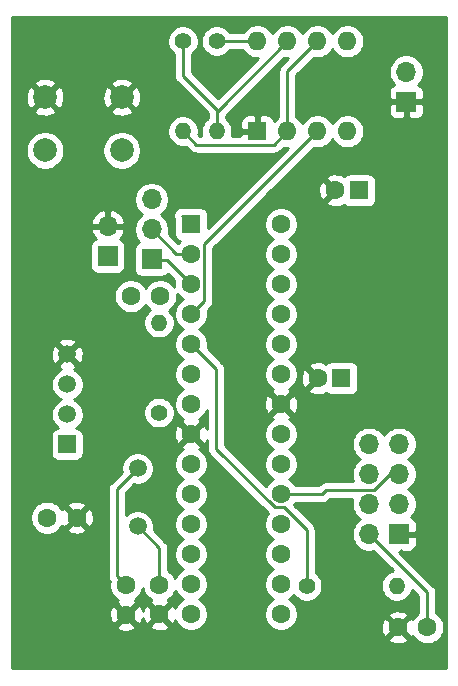
<source format=gbr>
%TF.GenerationSoftware,KiCad,Pcbnew,(5.1.6-0-10_14)*%
%TF.CreationDate,2020-10-03T22:08:30-04:00*%
%TF.ProjectId,weather_external,77656174-6865-4725-9f65-787465726e61,rev?*%
%TF.SameCoordinates,Original*%
%TF.FileFunction,Copper,L2,Bot*%
%TF.FilePolarity,Positive*%
%FSLAX46Y46*%
G04 Gerber Fmt 4.6, Leading zero omitted, Abs format (unit mm)*
G04 Created by KiCad (PCBNEW (5.1.6-0-10_14)) date 2020-10-03 22:08:30*
%MOMM*%
%LPD*%
G01*
G04 APERTURE LIST*
%TA.AperFunction,ComponentPad*%
%ADD10C,1.600000*%
%TD*%
%TA.AperFunction,ComponentPad*%
%ADD11R,1.600000X1.600000*%
%TD*%
%TA.AperFunction,ComponentPad*%
%ADD12O,1.700000X1.700000*%
%TD*%
%TA.AperFunction,ComponentPad*%
%ADD13R,1.700000X1.700000*%
%TD*%
%TA.AperFunction,ComponentPad*%
%ADD14C,1.500000*%
%TD*%
%TA.AperFunction,ComponentPad*%
%ADD15R,1.500000X1.500000*%
%TD*%
%TA.AperFunction,ComponentPad*%
%ADD16O,1.600000X1.600000*%
%TD*%
%TA.AperFunction,ComponentPad*%
%ADD17O,1.400000X1.400000*%
%TD*%
%TA.AperFunction,ComponentPad*%
%ADD18C,1.400000*%
%TD*%
%TA.AperFunction,ComponentPad*%
%ADD19C,2.000000*%
%TD*%
%TA.AperFunction,Conductor*%
%ADD20C,0.250000*%
%TD*%
%TA.AperFunction,Conductor*%
%ADD21C,0.254000*%
%TD*%
G04 APERTURE END LIST*
D10*
%TO.P,Atmega328,28*%
%TO.N,N/C*%
X152400000Y-73660000D03*
%TO.P,Atmega328,27*%
X152400000Y-76200000D03*
%TO.P,Atmega328,26*%
X152400000Y-78740000D03*
%TO.P,Atmega328,25*%
X152400000Y-81280000D03*
%TO.P,Atmega328,24*%
X152400000Y-83820000D03*
%TO.P,Atmega328,23*%
X152400000Y-86360000D03*
%TO.P,Atmega328,22*%
%TO.N,GND*%
X152400000Y-88900000D03*
%TO.P,Atmega328,21*%
%TO.N,N/C*%
X152400000Y-91440000D03*
%TO.P,Atmega328,20*%
%TO.N,VCC*%
X152400000Y-93980000D03*
%TO.P,Atmega328,19*%
%TO.N,Net-(J5-Pad5)*%
X152400000Y-96520000D03*
%TO.P,Atmega328,18*%
%TO.N,Net-(J5-Pad7)*%
X152400000Y-99060000D03*
%TO.P,Atmega328,17*%
%TO.N,Net-(J5-Pad6)*%
X152400000Y-101600000D03*
%TO.P,Atmega328,16*%
%TO.N,Net-(J5-Pad4)*%
X152400000Y-104140000D03*
%TO.P,Atmega328,15*%
%TO.N,N/C*%
X152400000Y-106680000D03*
%TO.P,Atmega328,14*%
%TO.N,Net-(J5-Pad3)*%
X144780000Y-106680000D03*
%TO.P,Atmega328,13*%
%TO.N,Net-(C7-Pad2)*%
X144780000Y-104140000D03*
%TO.P,Atmega328,12*%
%TO.N,Net-(U1-Pad12)*%
X144780000Y-101600000D03*
%TO.P,Atmega328,11*%
%TO.N,N/C*%
X144780000Y-99060000D03*
%TO.P,Atmega328,10*%
%TO.N,Net-(C2-Pad2)*%
X144780000Y-96520000D03*
%TO.P,Atmega328,9*%
%TO.N,Net-(C1-Pad1)*%
X144780000Y-93980000D03*
%TO.P,Atmega328,8*%
%TO.N,GND*%
X144780000Y-91440000D03*
%TO.P,Atmega328,7*%
%TO.N,VCC*%
X144780000Y-88900000D03*
%TO.P,Atmega328,6*%
%TO.N,N/C*%
X144780000Y-86360000D03*
%TO.P,Atmega328,5*%
%TO.N,Net-(R2-Pad1)*%
X144780000Y-83820000D03*
%TO.P,Atmega328,4*%
%TO.N,Net-(U1-Pad4)*%
X144780000Y-81280000D03*
%TO.P,Atmega328,3*%
%TO.N,Net-(J3-Pad1)*%
X144780000Y-78740000D03*
%TO.P,Atmega328,2*%
%TO.N,Net-(J3-Pad2)*%
X144780000Y-76200000D03*
D11*
%TO.P,Atmega328,1*%
%TO.N,Net-(C4-Pad1)*%
X144780000Y-73660000D03*
%TD*%
D10*
%TO.P,C7,2*%
%TO.N,Net-(C7-Pad2)*%
X132600000Y-98500000D03*
%TO.P,C7,1*%
%TO.N,GND*%
X135100000Y-98500000D03*
%TD*%
%TO.P,C6,2*%
%TO.N,GND*%
X162300000Y-107800000D03*
%TO.P,C6,1*%
%TO.N,Net-(C6-Pad1)*%
X164800000Y-107800000D03*
%TD*%
D12*
%TO.P,NRF24L01,8*%
%TO.N,N/C*%
X159860000Y-92280000D03*
%TO.P,NRF24L01,7*%
%TO.N,Net-(J5-Pad7)*%
X162400000Y-92280000D03*
%TO.P,NRF24L01,6*%
%TO.N,Net-(J5-Pad6)*%
X159860000Y-94820000D03*
%TO.P,NRF24L01,5*%
%TO.N,Net-(J5-Pad5)*%
X162400000Y-94820000D03*
%TO.P,NRF24L01,4*%
%TO.N,Net-(J5-Pad4)*%
X159860000Y-97360000D03*
%TO.P,NRF24L01,3*%
%TO.N,Net-(J5-Pad3)*%
X162400000Y-97360000D03*
%TO.P,NRF24L01,2*%
%TO.N,Net-(C6-Pad1)*%
X159860000Y-99900000D03*
D13*
%TO.P,NRF24L01,1*%
%TO.N,GND*%
X162400000Y-99900000D03*
%TD*%
D14*
%TO.P,DHT11,4*%
%TO.N,GND*%
X134300000Y-84680000D03*
%TO.P,DHT11,3*%
%TO.N,N/C*%
X134300000Y-87220000D03*
%TO.P,DHT11,2*%
%TO.N,Net-(U1-Pad12)*%
X134300000Y-89760000D03*
D15*
%TO.P,DHT11,1*%
%TO.N,Net-(C7-Pad2)*%
X134300000Y-92300000D03*
%TD*%
D16*
%TO.P,NE555,8*%
%TO.N,VCC*%
X150400000Y-58180000D03*
%TO.P,NE555,4*%
X158020000Y-65800000D03*
%TO.P,NE555,7*%
%TO.N,Net-(R3-Pad1)*%
X152940000Y-58180000D03*
%TO.P,NE555,3*%
%TO.N,Net-(U1-Pad4)*%
X155480000Y-65800000D03*
%TO.P,NE555,6*%
%TO.N,Net-(C5-Pad1)*%
X155480000Y-58180000D03*
%TO.P,NE555,2*%
X152940000Y-65800000D03*
%TO.P,NE555,5*%
%TO.N,N/C*%
X158020000Y-58180000D03*
D11*
%TO.P,NE555,1*%
%TO.N,GND*%
X150400000Y-65800000D03*
%TD*%
D17*
%TO.P,R4,2*%
%TO.N,Net-(R3-Pad1)*%
X146950900Y-65792160D03*
D18*
%TO.P,R4,1*%
%TO.N,VCC*%
X146950900Y-58172160D03*
%TD*%
D17*
%TO.P,R3,2*%
%TO.N,Net-(C5-Pad1)*%
X144098480Y-65792160D03*
D18*
%TO.P,R3,1*%
%TO.N,Net-(R3-Pad1)*%
X144098480Y-58172160D03*
%TD*%
D10*
%TO.P,C5,2*%
%TO.N,GND*%
X157000000Y-70800000D03*
D11*
%TO.P,C5,1*%
%TO.N,Net-(C5-Pad1)*%
X159000000Y-70800000D03*
%TD*%
D12*
%TO.P,J3,3*%
%TO.N,Net-(C4-Pad2)*%
X141439900Y-71561960D03*
%TO.P,J3,2*%
%TO.N,Net-(J3-Pad2)*%
X141439900Y-74101960D03*
D13*
%TO.P,J3,1*%
%TO.N,Net-(J3-Pad1)*%
X141439900Y-76641960D03*
%TD*%
D12*
%TO.P,J4,2*%
%TO.N,VCC*%
X163000000Y-60760000D03*
D13*
%TO.P,J4,1*%
%TO.N,GND*%
X163000000Y-63300000D03*
%TD*%
D12*
%TO.P,J2,2*%
%TO.N,GND*%
X137728960Y-73825100D03*
D13*
%TO.P,J2,1*%
%TO.N,VCC*%
X137728960Y-76365100D03*
%TD*%
D19*
%TO.P,SW1,1*%
%TO.N,GND*%
X138917820Y-62918340D03*
%TO.P,SW1,2*%
%TO.N,Net-(C4-Pad1)*%
X138917820Y-67418340D03*
%TO.P,SW1,1*%
%TO.N,GND*%
X132417820Y-62918340D03*
%TO.P,SW1,2*%
%TO.N,Net-(C4-Pad1)*%
X132417820Y-67418340D03*
%TD*%
D10*
%TO.P,C4,2*%
%TO.N,Net-(C4-Pad2)*%
X139679040Y-79766160D03*
%TO.P,C4,1*%
%TO.N,Net-(C4-Pad1)*%
X142179040Y-79766160D03*
%TD*%
D17*
%TO.P,R2,2*%
%TO.N,Net-(D1-Pad1)*%
X162184080Y-104272080D03*
D18*
%TO.P,R2,1*%
%TO.N,Net-(R2-Pad1)*%
X154564080Y-104272080D03*
%TD*%
D14*
%TO.P,16Mhz,2*%
%TO.N,Net-(C2-Pad2)*%
X140256260Y-99240680D03*
%TO.P,16Mhz,1*%
%TO.N,Net-(C1-Pad1)*%
X140256260Y-94340680D03*
%TD*%
D17*
%TO.P,R1,2*%
%TO.N,Net-(C4-Pad1)*%
X142062200Y-81991200D03*
D18*
%TO.P,R1,1*%
%TO.N,VCC*%
X142062200Y-89611200D03*
%TD*%
D10*
%TO.P,C3,2*%
%TO.N,GND*%
X155500000Y-86700000D03*
D11*
%TO.P,C3,1*%
%TO.N,VCC*%
X157500000Y-86700000D03*
%TD*%
D10*
%TO.P,C2,2*%
%TO.N,Net-(C2-Pad2)*%
X142107920Y-104187620D03*
%TO.P,C2,1*%
%TO.N,GND*%
X142107920Y-106687620D03*
%TD*%
%TO.P,C1,2*%
%TO.N,GND*%
X139291060Y-106721280D03*
%TO.P,C1,1*%
%TO.N,Net-(C1-Pad1)*%
X139291060Y-104221280D03*
%TD*%
D20*
%TO.N,VCC*%
X150392160Y-58172160D02*
X150400000Y-58180000D01*
X146950900Y-58172160D02*
X150392160Y-58172160D01*
%TO.N,Net-(C1-Pad1)*%
X138491061Y-96105879D02*
X140256260Y-94340680D01*
X138491061Y-103421281D02*
X138491061Y-96105879D01*
X139291060Y-104221280D02*
X138491061Y-103421281D01*
%TO.N,Net-(C2-Pad2)*%
X142107920Y-101092340D02*
X140256260Y-99240680D01*
X142107920Y-104187620D02*
X142107920Y-101092340D01*
%TO.N,Net-(C4-Pad1)*%
X144110459Y-72990459D02*
X144780000Y-73660000D01*
X144780000Y-73660000D02*
X144046959Y-72926959D01*
%TO.N,Net-(J3-Pad2)*%
X141503400Y-74165460D02*
X141439900Y-74101960D01*
X143537940Y-76200000D02*
X141439900Y-74101960D01*
X144780000Y-76200000D02*
X143537940Y-76200000D01*
%TO.N,Net-(J3-Pad1)*%
X140830898Y-76705460D02*
X142115540Y-76705460D01*
X142745460Y-76705460D02*
X144780000Y-78740000D01*
X142115540Y-76705460D02*
X142745460Y-76705460D01*
X141503400Y-76705460D02*
X141439900Y-76641960D01*
X142745460Y-76705460D02*
X141503400Y-76705460D01*
%TO.N,Net-(C5-Pad1)*%
X152940000Y-60720000D02*
X155480000Y-58180000D01*
X152940000Y-65800000D02*
X152940000Y-60720000D01*
X151814999Y-66925001D02*
X152940000Y-65800000D01*
X145231321Y-66925001D02*
X151814999Y-66925001D01*
X144098480Y-65792160D02*
X145231321Y-66925001D01*
%TO.N,Net-(R3-Pad1)*%
X146950900Y-65792160D02*
X146950900Y-64169100D01*
X144098480Y-61098480D02*
X147060000Y-64060000D01*
X144098480Y-58172160D02*
X144098480Y-61098480D01*
X147060000Y-64060000D02*
X152940000Y-58180000D01*
X146950900Y-64169100D02*
X147060000Y-64060000D01*
%TO.N,Net-(U1-Pad4)*%
X145905001Y-80154999D02*
X145905001Y-75374999D01*
X145905001Y-75374999D02*
X155480000Y-65800000D01*
X145905001Y-80154999D02*
X144780000Y-81280000D01*
%TO.N,Net-(J5-Pad5)*%
X161599002Y-94820000D02*
X160234003Y-96184999D01*
X162400000Y-94820000D02*
X161599002Y-94820000D01*
X160234003Y-96184999D02*
X156215001Y-96184999D01*
X155880000Y-96520000D02*
X152400000Y-96520000D01*
X156215001Y-96184999D02*
X155880000Y-96520000D01*
%TO.N,Net-(R2-Pad1)*%
X152650003Y-97645001D02*
X151859999Y-97645001D01*
X154564080Y-99559078D02*
X152650003Y-97645001D01*
X151859999Y-97645001D02*
X146900000Y-92685002D01*
X154564080Y-104272080D02*
X154564080Y-99559078D01*
X146900000Y-85940000D02*
X144780000Y-83820000D01*
X146900000Y-92685002D02*
X146900000Y-85940000D01*
%TO.N,Net-(C6-Pad1)*%
X164800000Y-104840000D02*
X164800000Y-107800000D01*
X159860000Y-99900000D02*
X164800000Y-104840000D01*
%TD*%
D21*
%TO.N,GND*%
G36*
X166340001Y-111249860D02*
G01*
X129660000Y-111249860D01*
X129660000Y-108792702D01*
X161486903Y-108792702D01*
X161558486Y-109036671D01*
X161813996Y-109157571D01*
X162088184Y-109226300D01*
X162370512Y-109240217D01*
X162650130Y-109198787D01*
X162916292Y-109103603D01*
X163041514Y-109036671D01*
X163113097Y-108792702D01*
X162300000Y-107979605D01*
X161486903Y-108792702D01*
X129660000Y-108792702D01*
X129660000Y-107713982D01*
X138477963Y-107713982D01*
X138549546Y-107957951D01*
X138805056Y-108078851D01*
X139079244Y-108147580D01*
X139361572Y-108161497D01*
X139641190Y-108120067D01*
X139907352Y-108024883D01*
X140032574Y-107957951D01*
X140104157Y-107713982D01*
X140070497Y-107680322D01*
X141294823Y-107680322D01*
X141366406Y-107924291D01*
X141621916Y-108045191D01*
X141896104Y-108113920D01*
X142178432Y-108127837D01*
X142458050Y-108086407D01*
X142724212Y-107991223D01*
X142849434Y-107924291D01*
X142921017Y-107680322D01*
X142107920Y-106867225D01*
X141294823Y-107680322D01*
X140070497Y-107680322D01*
X139291060Y-106900885D01*
X138477963Y-107713982D01*
X129660000Y-107713982D01*
X129660000Y-106791792D01*
X137850843Y-106791792D01*
X137892273Y-107071410D01*
X137987457Y-107337572D01*
X138054389Y-107462794D01*
X138298358Y-107534377D01*
X139111455Y-106721280D01*
X139470665Y-106721280D01*
X140283762Y-107534377D01*
X140527731Y-107462794D01*
X140648631Y-107207284D01*
X140702444Y-106992603D01*
X140709133Y-107037750D01*
X140804317Y-107303912D01*
X140871249Y-107429134D01*
X141115218Y-107500717D01*
X141928315Y-106687620D01*
X141115218Y-105874523D01*
X140871249Y-105946106D01*
X140750349Y-106201616D01*
X140696536Y-106416297D01*
X140689847Y-106371150D01*
X140594663Y-106104988D01*
X140527731Y-105979766D01*
X140283762Y-105908183D01*
X139470665Y-106721280D01*
X139111455Y-106721280D01*
X138298358Y-105908183D01*
X138054389Y-105979766D01*
X137933489Y-106235276D01*
X137864760Y-106509464D01*
X137850843Y-106791792D01*
X129660000Y-106791792D01*
X129660000Y-98358665D01*
X131165000Y-98358665D01*
X131165000Y-98641335D01*
X131220147Y-98918574D01*
X131328320Y-99179727D01*
X131485363Y-99414759D01*
X131685241Y-99614637D01*
X131920273Y-99771680D01*
X132181426Y-99879853D01*
X132458665Y-99935000D01*
X132741335Y-99935000D01*
X133018574Y-99879853D01*
X133279727Y-99771680D01*
X133514759Y-99614637D01*
X133636694Y-99492702D01*
X134286903Y-99492702D01*
X134358486Y-99736671D01*
X134613996Y-99857571D01*
X134888184Y-99926300D01*
X135170512Y-99940217D01*
X135450130Y-99898787D01*
X135716292Y-99803603D01*
X135841514Y-99736671D01*
X135913097Y-99492702D01*
X135100000Y-98679605D01*
X134286903Y-99492702D01*
X133636694Y-99492702D01*
X133714637Y-99414759D01*
X133848692Y-99214131D01*
X133863329Y-99241514D01*
X134107298Y-99313097D01*
X134920395Y-98500000D01*
X135279605Y-98500000D01*
X136092702Y-99313097D01*
X136336671Y-99241514D01*
X136457571Y-98986004D01*
X136526300Y-98711816D01*
X136540217Y-98429488D01*
X136498787Y-98149870D01*
X136403603Y-97883708D01*
X136336671Y-97758486D01*
X136092702Y-97686903D01*
X135279605Y-98500000D01*
X134920395Y-98500000D01*
X134107298Y-97686903D01*
X133863329Y-97758486D01*
X133849676Y-97787341D01*
X133714637Y-97585241D01*
X133636694Y-97507298D01*
X134286903Y-97507298D01*
X135100000Y-98320395D01*
X135913097Y-97507298D01*
X135841514Y-97263329D01*
X135586004Y-97142429D01*
X135311816Y-97073700D01*
X135029488Y-97059783D01*
X134749870Y-97101213D01*
X134483708Y-97196397D01*
X134358486Y-97263329D01*
X134286903Y-97507298D01*
X133636694Y-97507298D01*
X133514759Y-97385363D01*
X133279727Y-97228320D01*
X133018574Y-97120147D01*
X132741335Y-97065000D01*
X132458665Y-97065000D01*
X132181426Y-97120147D01*
X131920273Y-97228320D01*
X131685241Y-97385363D01*
X131485363Y-97585241D01*
X131328320Y-97820273D01*
X131220147Y-98081426D01*
X131165000Y-98358665D01*
X129660000Y-98358665D01*
X129660000Y-96105879D01*
X137727385Y-96105879D01*
X137731062Y-96143211D01*
X137731061Y-103383958D01*
X137727385Y-103421281D01*
X137731061Y-103458603D01*
X137731061Y-103458613D01*
X137742058Y-103570266D01*
X137763127Y-103639721D01*
X137785515Y-103713527D01*
X137856087Y-103845557D01*
X137886549Y-103882675D01*
X137893593Y-103891257D01*
X137856060Y-104079945D01*
X137856060Y-104362615D01*
X137911207Y-104639854D01*
X138019380Y-104901007D01*
X138176423Y-105136039D01*
X138376301Y-105335917D01*
X138576929Y-105469972D01*
X138549546Y-105484609D01*
X138477963Y-105728578D01*
X139291060Y-106541675D01*
X140104157Y-105728578D01*
X140032574Y-105484609D01*
X140003719Y-105470956D01*
X140205819Y-105335917D01*
X140405697Y-105136039D01*
X140562740Y-104901007D01*
X140670913Y-104639854D01*
X140702838Y-104479360D01*
X140728067Y-104606194D01*
X140836240Y-104867347D01*
X140993283Y-105102379D01*
X141193161Y-105302257D01*
X141393789Y-105436312D01*
X141366406Y-105450949D01*
X141294823Y-105694918D01*
X142107920Y-106508015D01*
X142921017Y-105694918D01*
X142849434Y-105450949D01*
X142820579Y-105437296D01*
X143022679Y-105302257D01*
X143222557Y-105102379D01*
X143379600Y-104867347D01*
X143453822Y-104688158D01*
X143508320Y-104819727D01*
X143665363Y-105054759D01*
X143865241Y-105254637D01*
X144097759Y-105410000D01*
X143865241Y-105565363D01*
X143665363Y-105765241D01*
X143508320Y-106000273D01*
X143442736Y-106158608D01*
X143411523Y-106071328D01*
X143344591Y-105946106D01*
X143100622Y-105874523D01*
X142287525Y-106687620D01*
X143100622Y-107500717D01*
X143344591Y-107429134D01*
X143447224Y-107212229D01*
X143508320Y-107359727D01*
X143665363Y-107594759D01*
X143865241Y-107794637D01*
X144100273Y-107951680D01*
X144361426Y-108059853D01*
X144638665Y-108115000D01*
X144921335Y-108115000D01*
X145198574Y-108059853D01*
X145459727Y-107951680D01*
X145694759Y-107794637D01*
X145894637Y-107594759D01*
X146051680Y-107359727D01*
X146159853Y-107098574D01*
X146215000Y-106821335D01*
X146215000Y-106538665D01*
X146159853Y-106261426D01*
X146051680Y-106000273D01*
X145894637Y-105765241D01*
X145694759Y-105565363D01*
X145462241Y-105410000D01*
X145694759Y-105254637D01*
X145894637Y-105054759D01*
X146051680Y-104819727D01*
X146159853Y-104558574D01*
X146215000Y-104281335D01*
X146215000Y-103998665D01*
X146159853Y-103721426D01*
X146051680Y-103460273D01*
X145894637Y-103225241D01*
X145694759Y-103025363D01*
X145462241Y-102870000D01*
X145694759Y-102714637D01*
X145894637Y-102514759D01*
X146051680Y-102279727D01*
X146159853Y-102018574D01*
X146215000Y-101741335D01*
X146215000Y-101458665D01*
X146159853Y-101181426D01*
X146051680Y-100920273D01*
X145894637Y-100685241D01*
X145694759Y-100485363D01*
X145462241Y-100330000D01*
X145694759Y-100174637D01*
X145894637Y-99974759D01*
X146051680Y-99739727D01*
X146159853Y-99478574D01*
X146215000Y-99201335D01*
X146215000Y-98918665D01*
X146159853Y-98641426D01*
X146051680Y-98380273D01*
X145894637Y-98145241D01*
X145694759Y-97945363D01*
X145462241Y-97790000D01*
X145694759Y-97634637D01*
X145894637Y-97434759D01*
X146051680Y-97199727D01*
X146159853Y-96938574D01*
X146215000Y-96661335D01*
X146215000Y-96378665D01*
X146159853Y-96101426D01*
X146051680Y-95840273D01*
X145894637Y-95605241D01*
X145694759Y-95405363D01*
X145462241Y-95250000D01*
X145694759Y-95094637D01*
X145894637Y-94894759D01*
X146051680Y-94659727D01*
X146159853Y-94398574D01*
X146215000Y-94121335D01*
X146215000Y-93838665D01*
X146159853Y-93561426D01*
X146051680Y-93300273D01*
X145894637Y-93065241D01*
X145694759Y-92865363D01*
X145460872Y-92709085D01*
X145521514Y-92676671D01*
X145593097Y-92432702D01*
X144780000Y-91619605D01*
X143966903Y-92432702D01*
X144038486Y-92676671D01*
X144102992Y-92707194D01*
X144100273Y-92708320D01*
X143865241Y-92865363D01*
X143665363Y-93065241D01*
X143508320Y-93300273D01*
X143400147Y-93561426D01*
X143345000Y-93838665D01*
X143345000Y-94121335D01*
X143400147Y-94398574D01*
X143508320Y-94659727D01*
X143665363Y-94894759D01*
X143865241Y-95094637D01*
X144097759Y-95250000D01*
X143865241Y-95405363D01*
X143665363Y-95605241D01*
X143508320Y-95840273D01*
X143400147Y-96101426D01*
X143345000Y-96378665D01*
X143345000Y-96661335D01*
X143400147Y-96938574D01*
X143508320Y-97199727D01*
X143665363Y-97434759D01*
X143865241Y-97634637D01*
X144097759Y-97790000D01*
X143865241Y-97945363D01*
X143665363Y-98145241D01*
X143508320Y-98380273D01*
X143400147Y-98641426D01*
X143345000Y-98918665D01*
X143345000Y-99201335D01*
X143400147Y-99478574D01*
X143508320Y-99739727D01*
X143665363Y-99974759D01*
X143865241Y-100174637D01*
X144097759Y-100330000D01*
X143865241Y-100485363D01*
X143665363Y-100685241D01*
X143508320Y-100920273D01*
X143400147Y-101181426D01*
X143345000Y-101458665D01*
X143345000Y-101741335D01*
X143400147Y-102018574D01*
X143508320Y-102279727D01*
X143665363Y-102514759D01*
X143865241Y-102714637D01*
X144097759Y-102870000D01*
X143865241Y-103025363D01*
X143665363Y-103225241D01*
X143508320Y-103460273D01*
X143434098Y-103639462D01*
X143379600Y-103507893D01*
X143222557Y-103272861D01*
X143022679Y-103072983D01*
X142867920Y-102969577D01*
X142867920Y-101129665D01*
X142871596Y-101092340D01*
X142867920Y-101055015D01*
X142867920Y-101055007D01*
X142856923Y-100943354D01*
X142813466Y-100800093D01*
X142742894Y-100668064D01*
X142647921Y-100552339D01*
X142618923Y-100528541D01*
X141612427Y-99522045D01*
X141641260Y-99377091D01*
X141641260Y-99104269D01*
X141588035Y-98836691D01*
X141483631Y-98584637D01*
X141332059Y-98357794D01*
X141139146Y-98164881D01*
X140912303Y-98013309D01*
X140660249Y-97908905D01*
X140392671Y-97855680D01*
X140119849Y-97855680D01*
X139852271Y-97908905D01*
X139600217Y-98013309D01*
X139373374Y-98164881D01*
X139251061Y-98287194D01*
X139251061Y-96420680D01*
X139974895Y-95696847D01*
X140119849Y-95725680D01*
X140392671Y-95725680D01*
X140660249Y-95672455D01*
X140912303Y-95568051D01*
X141139146Y-95416479D01*
X141332059Y-95223566D01*
X141483631Y-94996723D01*
X141588035Y-94744669D01*
X141641260Y-94477091D01*
X141641260Y-94204269D01*
X141588035Y-93936691D01*
X141483631Y-93684637D01*
X141332059Y-93457794D01*
X141139146Y-93264881D01*
X140912303Y-93113309D01*
X140660249Y-93008905D01*
X140392671Y-92955680D01*
X140119849Y-92955680D01*
X139852271Y-93008905D01*
X139600217Y-93113309D01*
X139373374Y-93264881D01*
X139180461Y-93457794D01*
X139028889Y-93684637D01*
X138924485Y-93936691D01*
X138871260Y-94204269D01*
X138871260Y-94477091D01*
X138900093Y-94622045D01*
X137980059Y-95542080D01*
X137951061Y-95565878D01*
X137927263Y-95594876D01*
X137927262Y-95594877D01*
X137856087Y-95681603D01*
X137785515Y-95813633D01*
X137761515Y-95892753D01*
X137749590Y-95932068D01*
X137742059Y-95956894D01*
X137727385Y-96105879D01*
X129660000Y-96105879D01*
X129660000Y-91550000D01*
X132911928Y-91550000D01*
X132911928Y-93050000D01*
X132924188Y-93174482D01*
X132960498Y-93294180D01*
X133019463Y-93404494D01*
X133098815Y-93501185D01*
X133195506Y-93580537D01*
X133305820Y-93639502D01*
X133425518Y-93675812D01*
X133550000Y-93688072D01*
X135050000Y-93688072D01*
X135174482Y-93675812D01*
X135294180Y-93639502D01*
X135404494Y-93580537D01*
X135501185Y-93501185D01*
X135580537Y-93404494D01*
X135639502Y-93294180D01*
X135675812Y-93174482D01*
X135688072Y-93050000D01*
X135688072Y-91550000D01*
X135684183Y-91510512D01*
X143339783Y-91510512D01*
X143381213Y-91790130D01*
X143476397Y-92056292D01*
X143543329Y-92181514D01*
X143787298Y-92253097D01*
X144600395Y-91440000D01*
X143787298Y-90626903D01*
X143543329Y-90698486D01*
X143422429Y-90953996D01*
X143353700Y-91228184D01*
X143339783Y-91510512D01*
X135684183Y-91510512D01*
X135675812Y-91425518D01*
X135639502Y-91305820D01*
X135580537Y-91195506D01*
X135501185Y-91098815D01*
X135404494Y-91019463D01*
X135294180Y-90960498D01*
X135174482Y-90924188D01*
X135066517Y-90913555D01*
X135182886Y-90835799D01*
X135375799Y-90642886D01*
X135527371Y-90416043D01*
X135631775Y-90163989D01*
X135685000Y-89896411D01*
X135685000Y-89623589D01*
X135656382Y-89479714D01*
X140727200Y-89479714D01*
X140727200Y-89742686D01*
X140778504Y-90000605D01*
X140879139Y-90243559D01*
X141025238Y-90462213D01*
X141211187Y-90648162D01*
X141429841Y-90794261D01*
X141672795Y-90894896D01*
X141930714Y-90946200D01*
X142193686Y-90946200D01*
X142451605Y-90894896D01*
X142694559Y-90794261D01*
X142913213Y-90648162D01*
X143099162Y-90462213D01*
X143245261Y-90243559D01*
X143345896Y-90000605D01*
X143397200Y-89742686D01*
X143397200Y-89479714D01*
X143345896Y-89221795D01*
X143245261Y-88978841D01*
X143099162Y-88760187D01*
X142913213Y-88574238D01*
X142694559Y-88428139D01*
X142451605Y-88327504D01*
X142193686Y-88276200D01*
X141930714Y-88276200D01*
X141672795Y-88327504D01*
X141429841Y-88428139D01*
X141211187Y-88574238D01*
X141025238Y-88760187D01*
X140879139Y-88978841D01*
X140778504Y-89221795D01*
X140727200Y-89479714D01*
X135656382Y-89479714D01*
X135631775Y-89356011D01*
X135527371Y-89103957D01*
X135375799Y-88877114D01*
X135182886Y-88684201D01*
X134956043Y-88532629D01*
X134853127Y-88490000D01*
X134956043Y-88447371D01*
X135182886Y-88295799D01*
X135375799Y-88102886D01*
X135527371Y-87876043D01*
X135631775Y-87623989D01*
X135685000Y-87356411D01*
X135685000Y-87083589D01*
X135631775Y-86816011D01*
X135527371Y-86563957D01*
X135375799Y-86337114D01*
X135182886Y-86144201D01*
X134956043Y-85992629D01*
X134856721Y-85951489D01*
X134898832Y-85936277D01*
X135011863Y-85875860D01*
X135077388Y-85636993D01*
X134300000Y-84859605D01*
X133522612Y-85636993D01*
X133588137Y-85875860D01*
X133746477Y-85950164D01*
X133643957Y-85992629D01*
X133417114Y-86144201D01*
X133224201Y-86337114D01*
X133072629Y-86563957D01*
X132968225Y-86816011D01*
X132915000Y-87083589D01*
X132915000Y-87356411D01*
X132968225Y-87623989D01*
X133072629Y-87876043D01*
X133224201Y-88102886D01*
X133417114Y-88295799D01*
X133643957Y-88447371D01*
X133746873Y-88490000D01*
X133643957Y-88532629D01*
X133417114Y-88684201D01*
X133224201Y-88877114D01*
X133072629Y-89103957D01*
X132968225Y-89356011D01*
X132915000Y-89623589D01*
X132915000Y-89896411D01*
X132968225Y-90163989D01*
X133072629Y-90416043D01*
X133224201Y-90642886D01*
X133417114Y-90835799D01*
X133533483Y-90913555D01*
X133425518Y-90924188D01*
X133305820Y-90960498D01*
X133195506Y-91019463D01*
X133098815Y-91098815D01*
X133019463Y-91195506D01*
X132960498Y-91305820D01*
X132924188Y-91425518D01*
X132911928Y-91550000D01*
X129660000Y-91550000D01*
X129660000Y-84752492D01*
X132910188Y-84752492D01*
X132951035Y-85022238D01*
X133043723Y-85278832D01*
X133104140Y-85391863D01*
X133343007Y-85457388D01*
X134120395Y-84680000D01*
X134479605Y-84680000D01*
X135256993Y-85457388D01*
X135495860Y-85391863D01*
X135611760Y-85144884D01*
X135677250Y-84880040D01*
X135689812Y-84607508D01*
X135648965Y-84337762D01*
X135556277Y-84081168D01*
X135495860Y-83968137D01*
X135256993Y-83902612D01*
X134479605Y-84680000D01*
X134120395Y-84680000D01*
X133343007Y-83902612D01*
X133104140Y-83968137D01*
X132988240Y-84215116D01*
X132922750Y-84479960D01*
X132910188Y-84752492D01*
X129660000Y-84752492D01*
X129660000Y-83723007D01*
X133522612Y-83723007D01*
X134300000Y-84500395D01*
X135077388Y-83723007D01*
X135011863Y-83484140D01*
X134764884Y-83368240D01*
X134500040Y-83302750D01*
X134227508Y-83290188D01*
X133957762Y-83331035D01*
X133701168Y-83423723D01*
X133588137Y-83484140D01*
X133522612Y-83723007D01*
X129660000Y-83723007D01*
X129660000Y-79624825D01*
X138244040Y-79624825D01*
X138244040Y-79907495D01*
X138299187Y-80184734D01*
X138407360Y-80445887D01*
X138564403Y-80680919D01*
X138764281Y-80880797D01*
X138999313Y-81037840D01*
X139260466Y-81146013D01*
X139537705Y-81201160D01*
X139820375Y-81201160D01*
X140097614Y-81146013D01*
X140358767Y-81037840D01*
X140593799Y-80880797D01*
X140793677Y-80680919D01*
X140929040Y-80478333D01*
X141064403Y-80680919D01*
X141264281Y-80880797D01*
X141292690Y-80899780D01*
X141211187Y-80954238D01*
X141025238Y-81140187D01*
X140879139Y-81358841D01*
X140778504Y-81601795D01*
X140727200Y-81859714D01*
X140727200Y-82122686D01*
X140778504Y-82380605D01*
X140879139Y-82623559D01*
X141025238Y-82842213D01*
X141211187Y-83028162D01*
X141429841Y-83174261D01*
X141672795Y-83274896D01*
X141930714Y-83326200D01*
X142193686Y-83326200D01*
X142451605Y-83274896D01*
X142694559Y-83174261D01*
X142913213Y-83028162D01*
X143099162Y-82842213D01*
X143245261Y-82623559D01*
X143345896Y-82380605D01*
X143397200Y-82122686D01*
X143397200Y-81859714D01*
X143345896Y-81601795D01*
X143245261Y-81358841D01*
X143099162Y-81140187D01*
X142941521Y-80982546D01*
X143093799Y-80880797D01*
X143293677Y-80680919D01*
X143450720Y-80445887D01*
X143558893Y-80184734D01*
X143614040Y-79907495D01*
X143614040Y-79624825D01*
X143600763Y-79558078D01*
X143665363Y-79654759D01*
X143865241Y-79854637D01*
X144097759Y-80010000D01*
X143865241Y-80165363D01*
X143665363Y-80365241D01*
X143508320Y-80600273D01*
X143400147Y-80861426D01*
X143345000Y-81138665D01*
X143345000Y-81421335D01*
X143400147Y-81698574D01*
X143508320Y-81959727D01*
X143665363Y-82194759D01*
X143865241Y-82394637D01*
X144097759Y-82550000D01*
X143865241Y-82705363D01*
X143665363Y-82905241D01*
X143508320Y-83140273D01*
X143400147Y-83401426D01*
X143345000Y-83678665D01*
X143345000Y-83961335D01*
X143400147Y-84238574D01*
X143508320Y-84499727D01*
X143665363Y-84734759D01*
X143865241Y-84934637D01*
X144097759Y-85090000D01*
X143865241Y-85245363D01*
X143665363Y-85445241D01*
X143508320Y-85680273D01*
X143400147Y-85941426D01*
X143345000Y-86218665D01*
X143345000Y-86501335D01*
X143400147Y-86778574D01*
X143508320Y-87039727D01*
X143665363Y-87274759D01*
X143865241Y-87474637D01*
X144097759Y-87630000D01*
X143865241Y-87785363D01*
X143665363Y-87985241D01*
X143508320Y-88220273D01*
X143400147Y-88481426D01*
X143345000Y-88758665D01*
X143345000Y-89041335D01*
X143400147Y-89318574D01*
X143508320Y-89579727D01*
X143665363Y-89814759D01*
X143865241Y-90014637D01*
X144099128Y-90170915D01*
X144038486Y-90203329D01*
X143966903Y-90447298D01*
X144780000Y-91260395D01*
X145593097Y-90447298D01*
X145521514Y-90203329D01*
X145457008Y-90172806D01*
X145459727Y-90171680D01*
X145694759Y-90014637D01*
X145894637Y-89814759D01*
X146051680Y-89579727D01*
X146140000Y-89366502D01*
X146140000Y-90981411D01*
X146083603Y-90823708D01*
X146016671Y-90698486D01*
X145772702Y-90626903D01*
X144959605Y-91440000D01*
X145772702Y-92253097D01*
X146016671Y-92181514D01*
X146137571Y-91926004D01*
X146140000Y-91916313D01*
X146140000Y-92647679D01*
X146136324Y-92685002D01*
X146140000Y-92722324D01*
X146140000Y-92722334D01*
X146150997Y-92833987D01*
X146187912Y-92955680D01*
X146194454Y-92977248D01*
X146265026Y-93109278D01*
X146304871Y-93157828D01*
X146359999Y-93225003D01*
X146389003Y-93248806D01*
X151285400Y-98145204D01*
X151285363Y-98145241D01*
X151128320Y-98380273D01*
X151020147Y-98641426D01*
X150965000Y-98918665D01*
X150965000Y-99201335D01*
X151020147Y-99478574D01*
X151128320Y-99739727D01*
X151285363Y-99974759D01*
X151485241Y-100174637D01*
X151717759Y-100330000D01*
X151485241Y-100485363D01*
X151285363Y-100685241D01*
X151128320Y-100920273D01*
X151020147Y-101181426D01*
X150965000Y-101458665D01*
X150965000Y-101741335D01*
X151020147Y-102018574D01*
X151128320Y-102279727D01*
X151285363Y-102514759D01*
X151485241Y-102714637D01*
X151717759Y-102870000D01*
X151485241Y-103025363D01*
X151285363Y-103225241D01*
X151128320Y-103460273D01*
X151020147Y-103721426D01*
X150965000Y-103998665D01*
X150965000Y-104281335D01*
X151020147Y-104558574D01*
X151128320Y-104819727D01*
X151285363Y-105054759D01*
X151485241Y-105254637D01*
X151717759Y-105410000D01*
X151485241Y-105565363D01*
X151285363Y-105765241D01*
X151128320Y-106000273D01*
X151020147Y-106261426D01*
X150965000Y-106538665D01*
X150965000Y-106821335D01*
X151020147Y-107098574D01*
X151128320Y-107359727D01*
X151285363Y-107594759D01*
X151485241Y-107794637D01*
X151720273Y-107951680D01*
X151981426Y-108059853D01*
X152258665Y-108115000D01*
X152541335Y-108115000D01*
X152818574Y-108059853D01*
X153079727Y-107951680D01*
X153201203Y-107870512D01*
X160859783Y-107870512D01*
X160901213Y-108150130D01*
X160996397Y-108416292D01*
X161063329Y-108541514D01*
X161307298Y-108613097D01*
X162120395Y-107800000D01*
X161307298Y-106986903D01*
X161063329Y-107058486D01*
X160942429Y-107313996D01*
X160873700Y-107588184D01*
X160859783Y-107870512D01*
X153201203Y-107870512D01*
X153314759Y-107794637D01*
X153514637Y-107594759D01*
X153671680Y-107359727D01*
X153779853Y-107098574D01*
X153835000Y-106821335D01*
X153835000Y-106807298D01*
X161486903Y-106807298D01*
X162300000Y-107620395D01*
X163113097Y-106807298D01*
X163041514Y-106563329D01*
X162786004Y-106442429D01*
X162511816Y-106373700D01*
X162229488Y-106359783D01*
X161949870Y-106401213D01*
X161683708Y-106496397D01*
X161558486Y-106563329D01*
X161486903Y-106807298D01*
X153835000Y-106807298D01*
X153835000Y-106538665D01*
X153779853Y-106261426D01*
X153671680Y-106000273D01*
X153514637Y-105765241D01*
X153314759Y-105565363D01*
X153082241Y-105410000D01*
X153314759Y-105254637D01*
X153494748Y-105074648D01*
X153527118Y-105123093D01*
X153713067Y-105309042D01*
X153931721Y-105455141D01*
X154174675Y-105555776D01*
X154432594Y-105607080D01*
X154695566Y-105607080D01*
X154953485Y-105555776D01*
X155196439Y-105455141D01*
X155415093Y-105309042D01*
X155601042Y-105123093D01*
X155747141Y-104904439D01*
X155847776Y-104661485D01*
X155899080Y-104403566D01*
X155899080Y-104140594D01*
X155847776Y-103882675D01*
X155747141Y-103639721D01*
X155601042Y-103421067D01*
X155415093Y-103235118D01*
X155324080Y-103174305D01*
X155324080Y-99596403D01*
X155327756Y-99559078D01*
X155324080Y-99521753D01*
X155324080Y-99521745D01*
X155313083Y-99410092D01*
X155269626Y-99266831D01*
X155199054Y-99134802D01*
X155104081Y-99019077D01*
X155075083Y-98995279D01*
X153514600Y-97434796D01*
X153514637Y-97434759D01*
X153618043Y-97280000D01*
X155842678Y-97280000D01*
X155880000Y-97283676D01*
X155917322Y-97280000D01*
X155917333Y-97280000D01*
X156028986Y-97269003D01*
X156172247Y-97225546D01*
X156304276Y-97154974D01*
X156420001Y-97060001D01*
X156443804Y-97030997D01*
X156529802Y-96944999D01*
X158428456Y-96944999D01*
X158375000Y-97213740D01*
X158375000Y-97506260D01*
X158432068Y-97793158D01*
X158544010Y-98063411D01*
X158706525Y-98306632D01*
X158913368Y-98513475D01*
X159087760Y-98630000D01*
X158913368Y-98746525D01*
X158706525Y-98953368D01*
X158544010Y-99196589D01*
X158432068Y-99466842D01*
X158375000Y-99753740D01*
X158375000Y-100046260D01*
X158432068Y-100333158D01*
X158544010Y-100603411D01*
X158706525Y-100846632D01*
X158913368Y-101053475D01*
X159156589Y-101215990D01*
X159426842Y-101327932D01*
X159713740Y-101385000D01*
X160006260Y-101385000D01*
X160226408Y-101341209D01*
X161860491Y-102975292D01*
X161794675Y-102988384D01*
X161551721Y-103089019D01*
X161333067Y-103235118D01*
X161147118Y-103421067D01*
X161001019Y-103639721D01*
X160900384Y-103882675D01*
X160849080Y-104140594D01*
X160849080Y-104403566D01*
X160900384Y-104661485D01*
X161001019Y-104904439D01*
X161147118Y-105123093D01*
X161333067Y-105309042D01*
X161551721Y-105455141D01*
X161794675Y-105555776D01*
X162052594Y-105607080D01*
X162315566Y-105607080D01*
X162573485Y-105555776D01*
X162816439Y-105455141D01*
X163035093Y-105309042D01*
X163221042Y-105123093D01*
X163367141Y-104904439D01*
X163467776Y-104661485D01*
X163480868Y-104595670D01*
X164040000Y-105154802D01*
X164040001Y-106581956D01*
X163885241Y-106685363D01*
X163685363Y-106885241D01*
X163551308Y-107085869D01*
X163536671Y-107058486D01*
X163292702Y-106986903D01*
X162479605Y-107800000D01*
X163292702Y-108613097D01*
X163536671Y-108541514D01*
X163550324Y-108512659D01*
X163685363Y-108714759D01*
X163885241Y-108914637D01*
X164120273Y-109071680D01*
X164381426Y-109179853D01*
X164658665Y-109235000D01*
X164941335Y-109235000D01*
X165218574Y-109179853D01*
X165479727Y-109071680D01*
X165714759Y-108914637D01*
X165914637Y-108714759D01*
X166071680Y-108479727D01*
X166179853Y-108218574D01*
X166235000Y-107941335D01*
X166235000Y-107658665D01*
X166179853Y-107381426D01*
X166071680Y-107120273D01*
X165914637Y-106885241D01*
X165714759Y-106685363D01*
X165560000Y-106581957D01*
X165560000Y-104877322D01*
X165563676Y-104840000D01*
X165560000Y-104802677D01*
X165560000Y-104802667D01*
X165549003Y-104691014D01*
X165505546Y-104547753D01*
X165469259Y-104479866D01*
X165434974Y-104415723D01*
X165363799Y-104328997D01*
X165340001Y-104299999D01*
X165311004Y-104276202D01*
X162419802Y-101385000D01*
X162527002Y-101385000D01*
X162527002Y-101226252D01*
X162685750Y-101385000D01*
X163250000Y-101388072D01*
X163374482Y-101375812D01*
X163494180Y-101339502D01*
X163604494Y-101280537D01*
X163701185Y-101201185D01*
X163780537Y-101104494D01*
X163839502Y-100994180D01*
X163875812Y-100874482D01*
X163888072Y-100750000D01*
X163885000Y-100185750D01*
X163726250Y-100027000D01*
X162527000Y-100027000D01*
X162527000Y-100047000D01*
X162273000Y-100047000D01*
X162273000Y-100027000D01*
X162253000Y-100027000D01*
X162253000Y-99773000D01*
X162273000Y-99773000D01*
X162273000Y-99753000D01*
X162527000Y-99753000D01*
X162527000Y-99773000D01*
X163726250Y-99773000D01*
X163885000Y-99614250D01*
X163888072Y-99050000D01*
X163875812Y-98925518D01*
X163839502Y-98805820D01*
X163780537Y-98695506D01*
X163701185Y-98598815D01*
X163604494Y-98519463D01*
X163494180Y-98460498D01*
X163421620Y-98438487D01*
X163553475Y-98306632D01*
X163715990Y-98063411D01*
X163827932Y-97793158D01*
X163885000Y-97506260D01*
X163885000Y-97213740D01*
X163827932Y-96926842D01*
X163715990Y-96656589D01*
X163553475Y-96413368D01*
X163346632Y-96206525D01*
X163172240Y-96090000D01*
X163346632Y-95973475D01*
X163553475Y-95766632D01*
X163715990Y-95523411D01*
X163827932Y-95253158D01*
X163885000Y-94966260D01*
X163885000Y-94673740D01*
X163827932Y-94386842D01*
X163715990Y-94116589D01*
X163553475Y-93873368D01*
X163346632Y-93666525D01*
X163172240Y-93550000D01*
X163346632Y-93433475D01*
X163553475Y-93226632D01*
X163715990Y-92983411D01*
X163827932Y-92713158D01*
X163885000Y-92426260D01*
X163885000Y-92133740D01*
X163827932Y-91846842D01*
X163715990Y-91576589D01*
X163553475Y-91333368D01*
X163346632Y-91126525D01*
X163103411Y-90964010D01*
X162833158Y-90852068D01*
X162546260Y-90795000D01*
X162253740Y-90795000D01*
X161966842Y-90852068D01*
X161696589Y-90964010D01*
X161453368Y-91126525D01*
X161246525Y-91333368D01*
X161130000Y-91507760D01*
X161013475Y-91333368D01*
X160806632Y-91126525D01*
X160563411Y-90964010D01*
X160293158Y-90852068D01*
X160006260Y-90795000D01*
X159713740Y-90795000D01*
X159426842Y-90852068D01*
X159156589Y-90964010D01*
X158913368Y-91126525D01*
X158706525Y-91333368D01*
X158544010Y-91576589D01*
X158432068Y-91846842D01*
X158375000Y-92133740D01*
X158375000Y-92426260D01*
X158432068Y-92713158D01*
X158544010Y-92983411D01*
X158706525Y-93226632D01*
X158913368Y-93433475D01*
X159087760Y-93550000D01*
X158913368Y-93666525D01*
X158706525Y-93873368D01*
X158544010Y-94116589D01*
X158432068Y-94386842D01*
X158375000Y-94673740D01*
X158375000Y-94966260D01*
X158432068Y-95253158D01*
X158503247Y-95424999D01*
X156252324Y-95424999D01*
X156215001Y-95421323D01*
X156177678Y-95424999D01*
X156177668Y-95424999D01*
X156066015Y-95435996D01*
X155922754Y-95479453D01*
X155790725Y-95550025D01*
X155675000Y-95644998D01*
X155651197Y-95674002D01*
X155565199Y-95760000D01*
X153618043Y-95760000D01*
X153514637Y-95605241D01*
X153314759Y-95405363D01*
X153082241Y-95250000D01*
X153314759Y-95094637D01*
X153514637Y-94894759D01*
X153671680Y-94659727D01*
X153779853Y-94398574D01*
X153835000Y-94121335D01*
X153835000Y-93838665D01*
X153779853Y-93561426D01*
X153671680Y-93300273D01*
X153514637Y-93065241D01*
X153314759Y-92865363D01*
X153082241Y-92710000D01*
X153314759Y-92554637D01*
X153514637Y-92354759D01*
X153671680Y-92119727D01*
X153779853Y-91858574D01*
X153835000Y-91581335D01*
X153835000Y-91298665D01*
X153779853Y-91021426D01*
X153671680Y-90760273D01*
X153514637Y-90525241D01*
X153314759Y-90325363D01*
X153080872Y-90169085D01*
X153141514Y-90136671D01*
X153213097Y-89892702D01*
X152400000Y-89079605D01*
X151586903Y-89892702D01*
X151658486Y-90136671D01*
X151722992Y-90167194D01*
X151720273Y-90168320D01*
X151485241Y-90325363D01*
X151285363Y-90525241D01*
X151128320Y-90760273D01*
X151020147Y-91021426D01*
X150965000Y-91298665D01*
X150965000Y-91581335D01*
X151020147Y-91858574D01*
X151128320Y-92119727D01*
X151285363Y-92354759D01*
X151485241Y-92554637D01*
X151717759Y-92710000D01*
X151485241Y-92865363D01*
X151285363Y-93065241D01*
X151128320Y-93300273D01*
X151020147Y-93561426D01*
X150965000Y-93838665D01*
X150965000Y-94121335D01*
X151020147Y-94398574D01*
X151128320Y-94659727D01*
X151285363Y-94894759D01*
X151485241Y-95094637D01*
X151717759Y-95250000D01*
X151485241Y-95405363D01*
X151285363Y-95605241D01*
X151129022Y-95839222D01*
X147660000Y-92370201D01*
X147660000Y-88970512D01*
X150959783Y-88970512D01*
X151001213Y-89250130D01*
X151096397Y-89516292D01*
X151163329Y-89641514D01*
X151407298Y-89713097D01*
X152220395Y-88900000D01*
X152579605Y-88900000D01*
X153392702Y-89713097D01*
X153636671Y-89641514D01*
X153757571Y-89386004D01*
X153826300Y-89111816D01*
X153840217Y-88829488D01*
X153798787Y-88549870D01*
X153703603Y-88283708D01*
X153636671Y-88158486D01*
X153392702Y-88086903D01*
X152579605Y-88900000D01*
X152220395Y-88900000D01*
X151407298Y-88086903D01*
X151163329Y-88158486D01*
X151042429Y-88413996D01*
X150973700Y-88688184D01*
X150959783Y-88970512D01*
X147660000Y-88970512D01*
X147660000Y-85977325D01*
X147663676Y-85940000D01*
X147660000Y-85902675D01*
X147660000Y-85902667D01*
X147649003Y-85791014D01*
X147605546Y-85647753D01*
X147534974Y-85515724D01*
X147440001Y-85399999D01*
X147411003Y-85376201D01*
X146178688Y-84143886D01*
X146215000Y-83961335D01*
X146215000Y-83678665D01*
X146159853Y-83401426D01*
X146051680Y-83140273D01*
X145894637Y-82905241D01*
X145694759Y-82705363D01*
X145462241Y-82550000D01*
X145694759Y-82394637D01*
X145894637Y-82194759D01*
X146051680Y-81959727D01*
X146159853Y-81698574D01*
X146215000Y-81421335D01*
X146215000Y-81138665D01*
X146178688Y-80956114D01*
X146416005Y-80718797D01*
X146445002Y-80695000D01*
X146539975Y-80579275D01*
X146610547Y-80447246D01*
X146654004Y-80303985D01*
X146665001Y-80192332D01*
X146665001Y-80192324D01*
X146668677Y-80154999D01*
X146665001Y-80117674D01*
X146665001Y-75689800D01*
X148836136Y-73518665D01*
X150965000Y-73518665D01*
X150965000Y-73801335D01*
X151020147Y-74078574D01*
X151128320Y-74339727D01*
X151285363Y-74574759D01*
X151485241Y-74774637D01*
X151717759Y-74930000D01*
X151485241Y-75085363D01*
X151285363Y-75285241D01*
X151128320Y-75520273D01*
X151020147Y-75781426D01*
X150965000Y-76058665D01*
X150965000Y-76341335D01*
X151020147Y-76618574D01*
X151128320Y-76879727D01*
X151285363Y-77114759D01*
X151485241Y-77314637D01*
X151717759Y-77470000D01*
X151485241Y-77625363D01*
X151285363Y-77825241D01*
X151128320Y-78060273D01*
X151020147Y-78321426D01*
X150965000Y-78598665D01*
X150965000Y-78881335D01*
X151020147Y-79158574D01*
X151128320Y-79419727D01*
X151285363Y-79654759D01*
X151485241Y-79854637D01*
X151717759Y-80010000D01*
X151485241Y-80165363D01*
X151285363Y-80365241D01*
X151128320Y-80600273D01*
X151020147Y-80861426D01*
X150965000Y-81138665D01*
X150965000Y-81421335D01*
X151020147Y-81698574D01*
X151128320Y-81959727D01*
X151285363Y-82194759D01*
X151485241Y-82394637D01*
X151717759Y-82550000D01*
X151485241Y-82705363D01*
X151285363Y-82905241D01*
X151128320Y-83140273D01*
X151020147Y-83401426D01*
X150965000Y-83678665D01*
X150965000Y-83961335D01*
X151020147Y-84238574D01*
X151128320Y-84499727D01*
X151285363Y-84734759D01*
X151485241Y-84934637D01*
X151717759Y-85090000D01*
X151485241Y-85245363D01*
X151285363Y-85445241D01*
X151128320Y-85680273D01*
X151020147Y-85941426D01*
X150965000Y-86218665D01*
X150965000Y-86501335D01*
X151020147Y-86778574D01*
X151128320Y-87039727D01*
X151285363Y-87274759D01*
X151485241Y-87474637D01*
X151719128Y-87630915D01*
X151658486Y-87663329D01*
X151586903Y-87907298D01*
X152400000Y-88720395D01*
X153213097Y-87907298D01*
X153141514Y-87663329D01*
X153077008Y-87632806D01*
X153079727Y-87631680D01*
X153314759Y-87474637D01*
X153514637Y-87274759D01*
X153671680Y-87039727D01*
X153779853Y-86778574D01*
X153781456Y-86770512D01*
X154059783Y-86770512D01*
X154101213Y-87050130D01*
X154196397Y-87316292D01*
X154263329Y-87441514D01*
X154507298Y-87513097D01*
X155320395Y-86700000D01*
X154507298Y-85886903D01*
X154263329Y-85958486D01*
X154142429Y-86213996D01*
X154073700Y-86488184D01*
X154059783Y-86770512D01*
X153781456Y-86770512D01*
X153835000Y-86501335D01*
X153835000Y-86218665D01*
X153779853Y-85941426D01*
X153682875Y-85707298D01*
X154686903Y-85707298D01*
X155500000Y-86520395D01*
X155514143Y-86506253D01*
X155693748Y-86685858D01*
X155679605Y-86700000D01*
X155693748Y-86714143D01*
X155514143Y-86893748D01*
X155500000Y-86879605D01*
X154686903Y-87692702D01*
X154758486Y-87936671D01*
X155013996Y-88057571D01*
X155288184Y-88126300D01*
X155570512Y-88140217D01*
X155850130Y-88098787D01*
X156116292Y-88003603D01*
X156238309Y-87938384D01*
X156248815Y-87951185D01*
X156345506Y-88030537D01*
X156455820Y-88089502D01*
X156575518Y-88125812D01*
X156700000Y-88138072D01*
X158300000Y-88138072D01*
X158424482Y-88125812D01*
X158544180Y-88089502D01*
X158654494Y-88030537D01*
X158751185Y-87951185D01*
X158830537Y-87854494D01*
X158889502Y-87744180D01*
X158925812Y-87624482D01*
X158938072Y-87500000D01*
X158938072Y-85900000D01*
X158925812Y-85775518D01*
X158889502Y-85655820D01*
X158830537Y-85545506D01*
X158751185Y-85448815D01*
X158654494Y-85369463D01*
X158544180Y-85310498D01*
X158424482Y-85274188D01*
X158300000Y-85261928D01*
X156700000Y-85261928D01*
X156575518Y-85274188D01*
X156455820Y-85310498D01*
X156345506Y-85369463D01*
X156248815Y-85448815D01*
X156238193Y-85461758D01*
X155986004Y-85342429D01*
X155711816Y-85273700D01*
X155429488Y-85259783D01*
X155149870Y-85301213D01*
X154883708Y-85396397D01*
X154758486Y-85463329D01*
X154686903Y-85707298D01*
X153682875Y-85707298D01*
X153671680Y-85680273D01*
X153514637Y-85445241D01*
X153314759Y-85245363D01*
X153082241Y-85090000D01*
X153314759Y-84934637D01*
X153514637Y-84734759D01*
X153671680Y-84499727D01*
X153779853Y-84238574D01*
X153835000Y-83961335D01*
X153835000Y-83678665D01*
X153779853Y-83401426D01*
X153671680Y-83140273D01*
X153514637Y-82905241D01*
X153314759Y-82705363D01*
X153082241Y-82550000D01*
X153314759Y-82394637D01*
X153514637Y-82194759D01*
X153671680Y-81959727D01*
X153779853Y-81698574D01*
X153835000Y-81421335D01*
X153835000Y-81138665D01*
X153779853Y-80861426D01*
X153671680Y-80600273D01*
X153514637Y-80365241D01*
X153314759Y-80165363D01*
X153082241Y-80010000D01*
X153314759Y-79854637D01*
X153514637Y-79654759D01*
X153671680Y-79419727D01*
X153779853Y-79158574D01*
X153835000Y-78881335D01*
X153835000Y-78598665D01*
X153779853Y-78321426D01*
X153671680Y-78060273D01*
X153514637Y-77825241D01*
X153314759Y-77625363D01*
X153082241Y-77470000D01*
X153314759Y-77314637D01*
X153514637Y-77114759D01*
X153671680Y-76879727D01*
X153779853Y-76618574D01*
X153835000Y-76341335D01*
X153835000Y-76058665D01*
X153779853Y-75781426D01*
X153671680Y-75520273D01*
X153514637Y-75285241D01*
X153314759Y-75085363D01*
X153082241Y-74930000D01*
X153314759Y-74774637D01*
X153514637Y-74574759D01*
X153671680Y-74339727D01*
X153779853Y-74078574D01*
X153835000Y-73801335D01*
X153835000Y-73518665D01*
X153779853Y-73241426D01*
X153671680Y-72980273D01*
X153514637Y-72745241D01*
X153314759Y-72545363D01*
X153079727Y-72388320D01*
X152818574Y-72280147D01*
X152541335Y-72225000D01*
X152258665Y-72225000D01*
X151981426Y-72280147D01*
X151720273Y-72388320D01*
X151485241Y-72545363D01*
X151285363Y-72745241D01*
X151128320Y-72980273D01*
X151020147Y-73241426D01*
X150965000Y-73518665D01*
X148836136Y-73518665D01*
X151484289Y-70870512D01*
X155559783Y-70870512D01*
X155601213Y-71150130D01*
X155696397Y-71416292D01*
X155763329Y-71541514D01*
X156007298Y-71613097D01*
X156820395Y-70800000D01*
X156007298Y-69986903D01*
X155763329Y-70058486D01*
X155642429Y-70313996D01*
X155573700Y-70588184D01*
X155559783Y-70870512D01*
X151484289Y-70870512D01*
X152547503Y-69807298D01*
X156186903Y-69807298D01*
X157000000Y-70620395D01*
X157014143Y-70606253D01*
X157193748Y-70785858D01*
X157179605Y-70800000D01*
X157193748Y-70814143D01*
X157014143Y-70993748D01*
X157000000Y-70979605D01*
X156186903Y-71792702D01*
X156258486Y-72036671D01*
X156513996Y-72157571D01*
X156788184Y-72226300D01*
X157070512Y-72240217D01*
X157350130Y-72198787D01*
X157616292Y-72103603D01*
X157738309Y-72038384D01*
X157748815Y-72051185D01*
X157845506Y-72130537D01*
X157955820Y-72189502D01*
X158075518Y-72225812D01*
X158200000Y-72238072D01*
X159800000Y-72238072D01*
X159924482Y-72225812D01*
X160044180Y-72189502D01*
X160154494Y-72130537D01*
X160251185Y-72051185D01*
X160330537Y-71954494D01*
X160389502Y-71844180D01*
X160425812Y-71724482D01*
X160438072Y-71600000D01*
X160438072Y-70000000D01*
X160425812Y-69875518D01*
X160389502Y-69755820D01*
X160330537Y-69645506D01*
X160251185Y-69548815D01*
X160154494Y-69469463D01*
X160044180Y-69410498D01*
X159924482Y-69374188D01*
X159800000Y-69361928D01*
X158200000Y-69361928D01*
X158075518Y-69374188D01*
X157955820Y-69410498D01*
X157845506Y-69469463D01*
X157748815Y-69548815D01*
X157738193Y-69561758D01*
X157486004Y-69442429D01*
X157211816Y-69373700D01*
X156929488Y-69359783D01*
X156649870Y-69401213D01*
X156383708Y-69496397D01*
X156258486Y-69563329D01*
X156186903Y-69807298D01*
X152547503Y-69807298D01*
X155156115Y-67198688D01*
X155338665Y-67235000D01*
X155621335Y-67235000D01*
X155898574Y-67179853D01*
X156159727Y-67071680D01*
X156394759Y-66914637D01*
X156594637Y-66714759D01*
X156750000Y-66482241D01*
X156905363Y-66714759D01*
X157105241Y-66914637D01*
X157340273Y-67071680D01*
X157601426Y-67179853D01*
X157878665Y-67235000D01*
X158161335Y-67235000D01*
X158438574Y-67179853D01*
X158699727Y-67071680D01*
X158934759Y-66914637D01*
X159134637Y-66714759D01*
X159291680Y-66479727D01*
X159399853Y-66218574D01*
X159455000Y-65941335D01*
X159455000Y-65658665D01*
X159399853Y-65381426D01*
X159291680Y-65120273D01*
X159134637Y-64885241D01*
X158934759Y-64685363D01*
X158699727Y-64528320D01*
X158438574Y-64420147D01*
X158161335Y-64365000D01*
X157878665Y-64365000D01*
X157601426Y-64420147D01*
X157340273Y-64528320D01*
X157105241Y-64685363D01*
X156905363Y-64885241D01*
X156750000Y-65117759D01*
X156594637Y-64885241D01*
X156394759Y-64685363D01*
X156159727Y-64528320D01*
X155898574Y-64420147D01*
X155621335Y-64365000D01*
X155338665Y-64365000D01*
X155061426Y-64420147D01*
X154800273Y-64528320D01*
X154565241Y-64685363D01*
X154365363Y-64885241D01*
X154210000Y-65117759D01*
X154054637Y-64885241D01*
X153854759Y-64685363D01*
X153700000Y-64581957D01*
X153700000Y-64150000D01*
X161511928Y-64150000D01*
X161524188Y-64274482D01*
X161560498Y-64394180D01*
X161619463Y-64504494D01*
X161698815Y-64601185D01*
X161795506Y-64680537D01*
X161905820Y-64739502D01*
X162025518Y-64775812D01*
X162150000Y-64788072D01*
X162714250Y-64785000D01*
X162873000Y-64626250D01*
X162873000Y-63427000D01*
X163127000Y-63427000D01*
X163127000Y-64626250D01*
X163285750Y-64785000D01*
X163850000Y-64788072D01*
X163974482Y-64775812D01*
X164094180Y-64739502D01*
X164204494Y-64680537D01*
X164301185Y-64601185D01*
X164380537Y-64504494D01*
X164439502Y-64394180D01*
X164475812Y-64274482D01*
X164488072Y-64150000D01*
X164485000Y-63585750D01*
X164326250Y-63427000D01*
X163127000Y-63427000D01*
X162873000Y-63427000D01*
X161673750Y-63427000D01*
X161515000Y-63585750D01*
X161511928Y-64150000D01*
X153700000Y-64150000D01*
X153700000Y-62450000D01*
X161511928Y-62450000D01*
X161515000Y-63014250D01*
X161673750Y-63173000D01*
X162873000Y-63173000D01*
X162873000Y-63153000D01*
X163127000Y-63153000D01*
X163127000Y-63173000D01*
X164326250Y-63173000D01*
X164485000Y-63014250D01*
X164488072Y-62450000D01*
X164475812Y-62325518D01*
X164439502Y-62205820D01*
X164380537Y-62095506D01*
X164301185Y-61998815D01*
X164204494Y-61919463D01*
X164094180Y-61860498D01*
X164021620Y-61838487D01*
X164153475Y-61706632D01*
X164315990Y-61463411D01*
X164427932Y-61193158D01*
X164485000Y-60906260D01*
X164485000Y-60613740D01*
X164427932Y-60326842D01*
X164315990Y-60056589D01*
X164153475Y-59813368D01*
X163946632Y-59606525D01*
X163703411Y-59444010D01*
X163433158Y-59332068D01*
X163146260Y-59275000D01*
X162853740Y-59275000D01*
X162566842Y-59332068D01*
X162296589Y-59444010D01*
X162053368Y-59606525D01*
X161846525Y-59813368D01*
X161684010Y-60056589D01*
X161572068Y-60326842D01*
X161515000Y-60613740D01*
X161515000Y-60906260D01*
X161572068Y-61193158D01*
X161684010Y-61463411D01*
X161846525Y-61706632D01*
X161978380Y-61838487D01*
X161905820Y-61860498D01*
X161795506Y-61919463D01*
X161698815Y-61998815D01*
X161619463Y-62095506D01*
X161560498Y-62205820D01*
X161524188Y-62325518D01*
X161511928Y-62450000D01*
X153700000Y-62450000D01*
X153700000Y-61034801D01*
X155156114Y-59578688D01*
X155338665Y-59615000D01*
X155621335Y-59615000D01*
X155898574Y-59559853D01*
X156159727Y-59451680D01*
X156394759Y-59294637D01*
X156594637Y-59094759D01*
X156750000Y-58862241D01*
X156905363Y-59094759D01*
X157105241Y-59294637D01*
X157340273Y-59451680D01*
X157601426Y-59559853D01*
X157878665Y-59615000D01*
X158161335Y-59615000D01*
X158438574Y-59559853D01*
X158699727Y-59451680D01*
X158934759Y-59294637D01*
X159134637Y-59094759D01*
X159291680Y-58859727D01*
X159399853Y-58598574D01*
X159455000Y-58321335D01*
X159455000Y-58038665D01*
X159399853Y-57761426D01*
X159291680Y-57500273D01*
X159134637Y-57265241D01*
X158934759Y-57065363D01*
X158699727Y-56908320D01*
X158438574Y-56800147D01*
X158161335Y-56745000D01*
X157878665Y-56745000D01*
X157601426Y-56800147D01*
X157340273Y-56908320D01*
X157105241Y-57065363D01*
X156905363Y-57265241D01*
X156750000Y-57497759D01*
X156594637Y-57265241D01*
X156394759Y-57065363D01*
X156159727Y-56908320D01*
X155898574Y-56800147D01*
X155621335Y-56745000D01*
X155338665Y-56745000D01*
X155061426Y-56800147D01*
X154800273Y-56908320D01*
X154565241Y-57065363D01*
X154365363Y-57265241D01*
X154210000Y-57497759D01*
X154054637Y-57265241D01*
X153854759Y-57065363D01*
X153619727Y-56908320D01*
X153358574Y-56800147D01*
X153081335Y-56745000D01*
X152798665Y-56745000D01*
X152521426Y-56800147D01*
X152260273Y-56908320D01*
X152025241Y-57065363D01*
X151825363Y-57265241D01*
X151670000Y-57497759D01*
X151514637Y-57265241D01*
X151314759Y-57065363D01*
X151079727Y-56908320D01*
X150818574Y-56800147D01*
X150541335Y-56745000D01*
X150258665Y-56745000D01*
X149981426Y-56800147D01*
X149720273Y-56908320D01*
X149485241Y-57065363D01*
X149285363Y-57265241D01*
X149187195Y-57412160D01*
X148048675Y-57412160D01*
X147987862Y-57321147D01*
X147801913Y-57135198D01*
X147583259Y-56989099D01*
X147340305Y-56888464D01*
X147082386Y-56837160D01*
X146819414Y-56837160D01*
X146561495Y-56888464D01*
X146318541Y-56989099D01*
X146099887Y-57135198D01*
X145913938Y-57321147D01*
X145767839Y-57539801D01*
X145667204Y-57782755D01*
X145615900Y-58040674D01*
X145615900Y-58303646D01*
X145667204Y-58561565D01*
X145767839Y-58804519D01*
X145913938Y-59023173D01*
X146099887Y-59209122D01*
X146318541Y-59355221D01*
X146561495Y-59455856D01*
X146819414Y-59507160D01*
X147082386Y-59507160D01*
X147340305Y-59455856D01*
X147583259Y-59355221D01*
X147801913Y-59209122D01*
X147987862Y-59023173D01*
X148048675Y-58932160D01*
X149176718Y-58932160D01*
X149285363Y-59094759D01*
X149485241Y-59294637D01*
X149720273Y-59451680D01*
X149981426Y-59559853D01*
X150258665Y-59615000D01*
X150430198Y-59615000D01*
X147060000Y-62985199D01*
X144858480Y-60783679D01*
X144858480Y-59269935D01*
X144949493Y-59209122D01*
X145135442Y-59023173D01*
X145281541Y-58804519D01*
X145382176Y-58561565D01*
X145433480Y-58303646D01*
X145433480Y-58040674D01*
X145382176Y-57782755D01*
X145281541Y-57539801D01*
X145135442Y-57321147D01*
X144949493Y-57135198D01*
X144730839Y-56989099D01*
X144487885Y-56888464D01*
X144229966Y-56837160D01*
X143966994Y-56837160D01*
X143709075Y-56888464D01*
X143466121Y-56989099D01*
X143247467Y-57135198D01*
X143061518Y-57321147D01*
X142915419Y-57539801D01*
X142814784Y-57782755D01*
X142763480Y-58040674D01*
X142763480Y-58303646D01*
X142814784Y-58561565D01*
X142915419Y-58804519D01*
X143061518Y-59023173D01*
X143247467Y-59209122D01*
X143338480Y-59269935D01*
X143338481Y-61061148D01*
X143334804Y-61098480D01*
X143338481Y-61135813D01*
X143349478Y-61247466D01*
X143358322Y-61276622D01*
X143392934Y-61390726D01*
X143463506Y-61522756D01*
X143534681Y-61609482D01*
X143558480Y-61638481D01*
X143587478Y-61662279D01*
X146190901Y-64265703D01*
X146190901Y-64694385D01*
X146099887Y-64755198D01*
X145913938Y-64941147D01*
X145767839Y-65159801D01*
X145667204Y-65402755D01*
X145615900Y-65660674D01*
X145615900Y-65923646D01*
X145663909Y-66165001D01*
X145546123Y-66165001D01*
X145412125Y-66031003D01*
X145433480Y-65923646D01*
X145433480Y-65660674D01*
X145382176Y-65402755D01*
X145281541Y-65159801D01*
X145135442Y-64941147D01*
X144949493Y-64755198D01*
X144730839Y-64609099D01*
X144487885Y-64508464D01*
X144229966Y-64457160D01*
X143966994Y-64457160D01*
X143709075Y-64508464D01*
X143466121Y-64609099D01*
X143247467Y-64755198D01*
X143061518Y-64941147D01*
X142915419Y-65159801D01*
X142814784Y-65402755D01*
X142763480Y-65660674D01*
X142763480Y-65923646D01*
X142814784Y-66181565D01*
X142915419Y-66424519D01*
X143061518Y-66643173D01*
X143247467Y-66829122D01*
X143466121Y-66975221D01*
X143709075Y-67075856D01*
X143966994Y-67127160D01*
X144229966Y-67127160D01*
X144337323Y-67105805D01*
X144667522Y-67436004D01*
X144691320Y-67465002D01*
X144720318Y-67488800D01*
X144807044Y-67559975D01*
X144939074Y-67630547D01*
X145082335Y-67674004D01*
X145193988Y-67685001D01*
X145193997Y-67685001D01*
X145231320Y-67688677D01*
X145268643Y-67685001D01*
X151777677Y-67685001D01*
X151814999Y-67688677D01*
X151852321Y-67685001D01*
X151852332Y-67685001D01*
X151963985Y-67674004D01*
X152107246Y-67630547D01*
X152239275Y-67559975D01*
X152355000Y-67465002D01*
X152378803Y-67435999D01*
X152616113Y-67198688D01*
X152798665Y-67235000D01*
X152970197Y-67235000D01*
X146218072Y-73987127D01*
X146218072Y-72860000D01*
X146205812Y-72735518D01*
X146169502Y-72615820D01*
X146110537Y-72505506D01*
X146031185Y-72408815D01*
X145934494Y-72329463D01*
X145824180Y-72270498D01*
X145704482Y-72234188D01*
X145580000Y-72221928D01*
X144340168Y-72221928D01*
X144339205Y-72221413D01*
X144195944Y-72177957D01*
X144046959Y-72163283D01*
X143897974Y-72177957D01*
X143754713Y-72221413D01*
X143622683Y-72291985D01*
X143506958Y-72386958D01*
X143411985Y-72502683D01*
X143341413Y-72634713D01*
X143297957Y-72777974D01*
X143283283Y-72926959D01*
X143297957Y-73075944D01*
X143341413Y-73219205D01*
X143341928Y-73220168D01*
X143341928Y-74460000D01*
X143354188Y-74584482D01*
X143390498Y-74704180D01*
X143449463Y-74814494D01*
X143528815Y-74911185D01*
X143625506Y-74990537D01*
X143735820Y-75049502D01*
X143855518Y-75085812D01*
X143863961Y-75086643D01*
X143681673Y-75268931D01*
X142881109Y-74468368D01*
X142924900Y-74248220D01*
X142924900Y-73955700D01*
X142867832Y-73668802D01*
X142755890Y-73398549D01*
X142593375Y-73155328D01*
X142386532Y-72948485D01*
X142212140Y-72831960D01*
X142386532Y-72715435D01*
X142593375Y-72508592D01*
X142755890Y-72265371D01*
X142867832Y-71995118D01*
X142924900Y-71708220D01*
X142924900Y-71415700D01*
X142867832Y-71128802D01*
X142755890Y-70858549D01*
X142593375Y-70615328D01*
X142386532Y-70408485D01*
X142143311Y-70245970D01*
X141873058Y-70134028D01*
X141586160Y-70076960D01*
X141293640Y-70076960D01*
X141006742Y-70134028D01*
X140736489Y-70245970D01*
X140493268Y-70408485D01*
X140286425Y-70615328D01*
X140123910Y-70858549D01*
X140011968Y-71128802D01*
X139954900Y-71415700D01*
X139954900Y-71708220D01*
X140011968Y-71995118D01*
X140123910Y-72265371D01*
X140286425Y-72508592D01*
X140493268Y-72715435D01*
X140667660Y-72831960D01*
X140493268Y-72948485D01*
X140286425Y-73155328D01*
X140123910Y-73398549D01*
X140011968Y-73668802D01*
X139954900Y-73955700D01*
X139954900Y-74248220D01*
X140011968Y-74535118D01*
X140123910Y-74805371D01*
X140286425Y-75048592D01*
X140418280Y-75180447D01*
X140345720Y-75202458D01*
X140235406Y-75261423D01*
X140138715Y-75340775D01*
X140059363Y-75437466D01*
X140000398Y-75547780D01*
X139964088Y-75667478D01*
X139951828Y-75791960D01*
X139951828Y-77491960D01*
X139964088Y-77616442D01*
X140000398Y-77736140D01*
X140059363Y-77846454D01*
X140138715Y-77943145D01*
X140235406Y-78022497D01*
X140345720Y-78081462D01*
X140465418Y-78117772D01*
X140589900Y-78130032D01*
X142289900Y-78130032D01*
X142414382Y-78117772D01*
X142534080Y-78081462D01*
X142644394Y-78022497D01*
X142741085Y-77943145D01*
X142816477Y-77851279D01*
X143381312Y-78416114D01*
X143345000Y-78598665D01*
X143345000Y-78881335D01*
X143358277Y-78948082D01*
X143293677Y-78851401D01*
X143093799Y-78651523D01*
X142858767Y-78494480D01*
X142597614Y-78386307D01*
X142320375Y-78331160D01*
X142037705Y-78331160D01*
X141760466Y-78386307D01*
X141499313Y-78494480D01*
X141264281Y-78651523D01*
X141064403Y-78851401D01*
X140929040Y-79053987D01*
X140793677Y-78851401D01*
X140593799Y-78651523D01*
X140358767Y-78494480D01*
X140097614Y-78386307D01*
X139820375Y-78331160D01*
X139537705Y-78331160D01*
X139260466Y-78386307D01*
X138999313Y-78494480D01*
X138764281Y-78651523D01*
X138564403Y-78851401D01*
X138407360Y-79086433D01*
X138299187Y-79347586D01*
X138244040Y-79624825D01*
X129660000Y-79624825D01*
X129660000Y-75515100D01*
X136240888Y-75515100D01*
X136240888Y-77215100D01*
X136253148Y-77339582D01*
X136289458Y-77459280D01*
X136348423Y-77569594D01*
X136427775Y-77666285D01*
X136524466Y-77745637D01*
X136634780Y-77804602D01*
X136754478Y-77840912D01*
X136878960Y-77853172D01*
X138578960Y-77853172D01*
X138703442Y-77840912D01*
X138823140Y-77804602D01*
X138933454Y-77745637D01*
X139030145Y-77666285D01*
X139109497Y-77569594D01*
X139168462Y-77459280D01*
X139204772Y-77339582D01*
X139217032Y-77215100D01*
X139217032Y-75515100D01*
X139204772Y-75390618D01*
X139168462Y-75270920D01*
X139109497Y-75160606D01*
X139030145Y-75063915D01*
X138933454Y-74984563D01*
X138823140Y-74925598D01*
X138742494Y-74901134D01*
X138826548Y-74825369D01*
X139000601Y-74592020D01*
X139125785Y-74329199D01*
X139170436Y-74181990D01*
X139049115Y-73952100D01*
X137855960Y-73952100D01*
X137855960Y-73972100D01*
X137601960Y-73972100D01*
X137601960Y-73952100D01*
X136408805Y-73952100D01*
X136287484Y-74181990D01*
X136332135Y-74329199D01*
X136457319Y-74592020D01*
X136631372Y-74825369D01*
X136715426Y-74901134D01*
X136634780Y-74925598D01*
X136524466Y-74984563D01*
X136427775Y-75063915D01*
X136348423Y-75160606D01*
X136289458Y-75270920D01*
X136253148Y-75390618D01*
X136240888Y-75515100D01*
X129660000Y-75515100D01*
X129660000Y-73468210D01*
X136287484Y-73468210D01*
X136408805Y-73698100D01*
X137601960Y-73698100D01*
X137601960Y-72504286D01*
X137855960Y-72504286D01*
X137855960Y-73698100D01*
X139049115Y-73698100D01*
X139170436Y-73468210D01*
X139125785Y-73321001D01*
X139000601Y-73058180D01*
X138826548Y-72824831D01*
X138610315Y-72629922D01*
X138360212Y-72480943D01*
X138085851Y-72383619D01*
X137855960Y-72504286D01*
X137601960Y-72504286D01*
X137372069Y-72383619D01*
X137097708Y-72480943D01*
X136847605Y-72629922D01*
X136631372Y-72824831D01*
X136457319Y-73058180D01*
X136332135Y-73321001D01*
X136287484Y-73468210D01*
X129660000Y-73468210D01*
X129660000Y-67257307D01*
X130782820Y-67257307D01*
X130782820Y-67579373D01*
X130845652Y-67895252D01*
X130968902Y-68192803D01*
X131147833Y-68460592D01*
X131375568Y-68688327D01*
X131643357Y-68867258D01*
X131940908Y-68990508D01*
X132256787Y-69053340D01*
X132578853Y-69053340D01*
X132894732Y-68990508D01*
X133192283Y-68867258D01*
X133460072Y-68688327D01*
X133687807Y-68460592D01*
X133866738Y-68192803D01*
X133989988Y-67895252D01*
X134052820Y-67579373D01*
X134052820Y-67257307D01*
X137282820Y-67257307D01*
X137282820Y-67579373D01*
X137345652Y-67895252D01*
X137468902Y-68192803D01*
X137647833Y-68460592D01*
X137875568Y-68688327D01*
X138143357Y-68867258D01*
X138440908Y-68990508D01*
X138756787Y-69053340D01*
X139078853Y-69053340D01*
X139394732Y-68990508D01*
X139692283Y-68867258D01*
X139960072Y-68688327D01*
X140187807Y-68460592D01*
X140366738Y-68192803D01*
X140489988Y-67895252D01*
X140552820Y-67579373D01*
X140552820Y-67257307D01*
X140489988Y-66941428D01*
X140366738Y-66643877D01*
X140187807Y-66376088D01*
X139960072Y-66148353D01*
X139692283Y-65969422D01*
X139394732Y-65846172D01*
X139078853Y-65783340D01*
X138756787Y-65783340D01*
X138440908Y-65846172D01*
X138143357Y-65969422D01*
X137875568Y-66148353D01*
X137647833Y-66376088D01*
X137468902Y-66643877D01*
X137345652Y-66941428D01*
X137282820Y-67257307D01*
X134052820Y-67257307D01*
X133989988Y-66941428D01*
X133866738Y-66643877D01*
X133687807Y-66376088D01*
X133460072Y-66148353D01*
X133192283Y-65969422D01*
X132894732Y-65846172D01*
X132578853Y-65783340D01*
X132256787Y-65783340D01*
X131940908Y-65846172D01*
X131643357Y-65969422D01*
X131375568Y-66148353D01*
X131147833Y-66376088D01*
X130968902Y-66643877D01*
X130845652Y-66941428D01*
X130782820Y-67257307D01*
X129660000Y-67257307D01*
X129660000Y-64053753D01*
X131462012Y-64053753D01*
X131557776Y-64318154D01*
X131847391Y-64459044D01*
X132158928Y-64540724D01*
X132480415Y-64560058D01*
X132799495Y-64516301D01*
X133103908Y-64411135D01*
X133277864Y-64318154D01*
X133373628Y-64053753D01*
X137962012Y-64053753D01*
X138057776Y-64318154D01*
X138347391Y-64459044D01*
X138658928Y-64540724D01*
X138980415Y-64560058D01*
X139299495Y-64516301D01*
X139603908Y-64411135D01*
X139777864Y-64318154D01*
X139873628Y-64053753D01*
X138917820Y-63097945D01*
X137962012Y-64053753D01*
X133373628Y-64053753D01*
X132417820Y-63097945D01*
X131462012Y-64053753D01*
X129660000Y-64053753D01*
X129660000Y-62980935D01*
X130776102Y-62980935D01*
X130819859Y-63300015D01*
X130925025Y-63604428D01*
X131018006Y-63778384D01*
X131282407Y-63874148D01*
X132238215Y-62918340D01*
X132597425Y-62918340D01*
X133553233Y-63874148D01*
X133817634Y-63778384D01*
X133958524Y-63488769D01*
X134040204Y-63177232D01*
X134052009Y-62980935D01*
X137276102Y-62980935D01*
X137319859Y-63300015D01*
X137425025Y-63604428D01*
X137518006Y-63778384D01*
X137782407Y-63874148D01*
X138738215Y-62918340D01*
X139097425Y-62918340D01*
X140053233Y-63874148D01*
X140317634Y-63778384D01*
X140458524Y-63488769D01*
X140540204Y-63177232D01*
X140559538Y-62855745D01*
X140515781Y-62536665D01*
X140410615Y-62232252D01*
X140317634Y-62058296D01*
X140053233Y-61962532D01*
X139097425Y-62918340D01*
X138738215Y-62918340D01*
X137782407Y-61962532D01*
X137518006Y-62058296D01*
X137377116Y-62347911D01*
X137295436Y-62659448D01*
X137276102Y-62980935D01*
X134052009Y-62980935D01*
X134059538Y-62855745D01*
X134015781Y-62536665D01*
X133910615Y-62232252D01*
X133817634Y-62058296D01*
X133553233Y-61962532D01*
X132597425Y-62918340D01*
X132238215Y-62918340D01*
X131282407Y-61962532D01*
X131018006Y-62058296D01*
X130877116Y-62347911D01*
X130795436Y-62659448D01*
X130776102Y-62980935D01*
X129660000Y-62980935D01*
X129660000Y-61782927D01*
X131462012Y-61782927D01*
X132417820Y-62738735D01*
X133373628Y-61782927D01*
X137962012Y-61782927D01*
X138917820Y-62738735D01*
X139873628Y-61782927D01*
X139777864Y-61518526D01*
X139488249Y-61377636D01*
X139176712Y-61295956D01*
X138855225Y-61276622D01*
X138536145Y-61320379D01*
X138231732Y-61425545D01*
X138057776Y-61518526D01*
X137962012Y-61782927D01*
X133373628Y-61782927D01*
X133277864Y-61518526D01*
X132988249Y-61377636D01*
X132676712Y-61295956D01*
X132355225Y-61276622D01*
X132036145Y-61320379D01*
X131731732Y-61425545D01*
X131557776Y-61518526D01*
X131462012Y-61782927D01*
X129660000Y-61782927D01*
X129660000Y-56160000D01*
X166340000Y-56160000D01*
X166340001Y-111249860D01*
G37*
X166340001Y-111249860D02*
X129660000Y-111249860D01*
X129660000Y-108792702D01*
X161486903Y-108792702D01*
X161558486Y-109036671D01*
X161813996Y-109157571D01*
X162088184Y-109226300D01*
X162370512Y-109240217D01*
X162650130Y-109198787D01*
X162916292Y-109103603D01*
X163041514Y-109036671D01*
X163113097Y-108792702D01*
X162300000Y-107979605D01*
X161486903Y-108792702D01*
X129660000Y-108792702D01*
X129660000Y-107713982D01*
X138477963Y-107713982D01*
X138549546Y-107957951D01*
X138805056Y-108078851D01*
X139079244Y-108147580D01*
X139361572Y-108161497D01*
X139641190Y-108120067D01*
X139907352Y-108024883D01*
X140032574Y-107957951D01*
X140104157Y-107713982D01*
X140070497Y-107680322D01*
X141294823Y-107680322D01*
X141366406Y-107924291D01*
X141621916Y-108045191D01*
X141896104Y-108113920D01*
X142178432Y-108127837D01*
X142458050Y-108086407D01*
X142724212Y-107991223D01*
X142849434Y-107924291D01*
X142921017Y-107680322D01*
X142107920Y-106867225D01*
X141294823Y-107680322D01*
X140070497Y-107680322D01*
X139291060Y-106900885D01*
X138477963Y-107713982D01*
X129660000Y-107713982D01*
X129660000Y-106791792D01*
X137850843Y-106791792D01*
X137892273Y-107071410D01*
X137987457Y-107337572D01*
X138054389Y-107462794D01*
X138298358Y-107534377D01*
X139111455Y-106721280D01*
X139470665Y-106721280D01*
X140283762Y-107534377D01*
X140527731Y-107462794D01*
X140648631Y-107207284D01*
X140702444Y-106992603D01*
X140709133Y-107037750D01*
X140804317Y-107303912D01*
X140871249Y-107429134D01*
X141115218Y-107500717D01*
X141928315Y-106687620D01*
X141115218Y-105874523D01*
X140871249Y-105946106D01*
X140750349Y-106201616D01*
X140696536Y-106416297D01*
X140689847Y-106371150D01*
X140594663Y-106104988D01*
X140527731Y-105979766D01*
X140283762Y-105908183D01*
X139470665Y-106721280D01*
X139111455Y-106721280D01*
X138298358Y-105908183D01*
X138054389Y-105979766D01*
X137933489Y-106235276D01*
X137864760Y-106509464D01*
X137850843Y-106791792D01*
X129660000Y-106791792D01*
X129660000Y-98358665D01*
X131165000Y-98358665D01*
X131165000Y-98641335D01*
X131220147Y-98918574D01*
X131328320Y-99179727D01*
X131485363Y-99414759D01*
X131685241Y-99614637D01*
X131920273Y-99771680D01*
X132181426Y-99879853D01*
X132458665Y-99935000D01*
X132741335Y-99935000D01*
X133018574Y-99879853D01*
X133279727Y-99771680D01*
X133514759Y-99614637D01*
X133636694Y-99492702D01*
X134286903Y-99492702D01*
X134358486Y-99736671D01*
X134613996Y-99857571D01*
X134888184Y-99926300D01*
X135170512Y-99940217D01*
X135450130Y-99898787D01*
X135716292Y-99803603D01*
X135841514Y-99736671D01*
X135913097Y-99492702D01*
X135100000Y-98679605D01*
X134286903Y-99492702D01*
X133636694Y-99492702D01*
X133714637Y-99414759D01*
X133848692Y-99214131D01*
X133863329Y-99241514D01*
X134107298Y-99313097D01*
X134920395Y-98500000D01*
X135279605Y-98500000D01*
X136092702Y-99313097D01*
X136336671Y-99241514D01*
X136457571Y-98986004D01*
X136526300Y-98711816D01*
X136540217Y-98429488D01*
X136498787Y-98149870D01*
X136403603Y-97883708D01*
X136336671Y-97758486D01*
X136092702Y-97686903D01*
X135279605Y-98500000D01*
X134920395Y-98500000D01*
X134107298Y-97686903D01*
X133863329Y-97758486D01*
X133849676Y-97787341D01*
X133714637Y-97585241D01*
X133636694Y-97507298D01*
X134286903Y-97507298D01*
X135100000Y-98320395D01*
X135913097Y-97507298D01*
X135841514Y-97263329D01*
X135586004Y-97142429D01*
X135311816Y-97073700D01*
X135029488Y-97059783D01*
X134749870Y-97101213D01*
X134483708Y-97196397D01*
X134358486Y-97263329D01*
X134286903Y-97507298D01*
X133636694Y-97507298D01*
X133514759Y-97385363D01*
X133279727Y-97228320D01*
X133018574Y-97120147D01*
X132741335Y-97065000D01*
X132458665Y-97065000D01*
X132181426Y-97120147D01*
X131920273Y-97228320D01*
X131685241Y-97385363D01*
X131485363Y-97585241D01*
X131328320Y-97820273D01*
X131220147Y-98081426D01*
X131165000Y-98358665D01*
X129660000Y-98358665D01*
X129660000Y-96105879D01*
X137727385Y-96105879D01*
X137731062Y-96143211D01*
X137731061Y-103383958D01*
X137727385Y-103421281D01*
X137731061Y-103458603D01*
X137731061Y-103458613D01*
X137742058Y-103570266D01*
X137763127Y-103639721D01*
X137785515Y-103713527D01*
X137856087Y-103845557D01*
X137886549Y-103882675D01*
X137893593Y-103891257D01*
X137856060Y-104079945D01*
X137856060Y-104362615D01*
X137911207Y-104639854D01*
X138019380Y-104901007D01*
X138176423Y-105136039D01*
X138376301Y-105335917D01*
X138576929Y-105469972D01*
X138549546Y-105484609D01*
X138477963Y-105728578D01*
X139291060Y-106541675D01*
X140104157Y-105728578D01*
X140032574Y-105484609D01*
X140003719Y-105470956D01*
X140205819Y-105335917D01*
X140405697Y-105136039D01*
X140562740Y-104901007D01*
X140670913Y-104639854D01*
X140702838Y-104479360D01*
X140728067Y-104606194D01*
X140836240Y-104867347D01*
X140993283Y-105102379D01*
X141193161Y-105302257D01*
X141393789Y-105436312D01*
X141366406Y-105450949D01*
X141294823Y-105694918D01*
X142107920Y-106508015D01*
X142921017Y-105694918D01*
X142849434Y-105450949D01*
X142820579Y-105437296D01*
X143022679Y-105302257D01*
X143222557Y-105102379D01*
X143379600Y-104867347D01*
X143453822Y-104688158D01*
X143508320Y-104819727D01*
X143665363Y-105054759D01*
X143865241Y-105254637D01*
X144097759Y-105410000D01*
X143865241Y-105565363D01*
X143665363Y-105765241D01*
X143508320Y-106000273D01*
X143442736Y-106158608D01*
X143411523Y-106071328D01*
X143344591Y-105946106D01*
X143100622Y-105874523D01*
X142287525Y-106687620D01*
X143100622Y-107500717D01*
X143344591Y-107429134D01*
X143447224Y-107212229D01*
X143508320Y-107359727D01*
X143665363Y-107594759D01*
X143865241Y-107794637D01*
X144100273Y-107951680D01*
X144361426Y-108059853D01*
X144638665Y-108115000D01*
X144921335Y-108115000D01*
X145198574Y-108059853D01*
X145459727Y-107951680D01*
X145694759Y-107794637D01*
X145894637Y-107594759D01*
X146051680Y-107359727D01*
X146159853Y-107098574D01*
X146215000Y-106821335D01*
X146215000Y-106538665D01*
X146159853Y-106261426D01*
X146051680Y-106000273D01*
X145894637Y-105765241D01*
X145694759Y-105565363D01*
X145462241Y-105410000D01*
X145694759Y-105254637D01*
X145894637Y-105054759D01*
X146051680Y-104819727D01*
X146159853Y-104558574D01*
X146215000Y-104281335D01*
X146215000Y-103998665D01*
X146159853Y-103721426D01*
X146051680Y-103460273D01*
X145894637Y-103225241D01*
X145694759Y-103025363D01*
X145462241Y-102870000D01*
X145694759Y-102714637D01*
X145894637Y-102514759D01*
X146051680Y-102279727D01*
X146159853Y-102018574D01*
X146215000Y-101741335D01*
X146215000Y-101458665D01*
X146159853Y-101181426D01*
X146051680Y-100920273D01*
X145894637Y-100685241D01*
X145694759Y-100485363D01*
X145462241Y-100330000D01*
X145694759Y-100174637D01*
X145894637Y-99974759D01*
X146051680Y-99739727D01*
X146159853Y-99478574D01*
X146215000Y-99201335D01*
X146215000Y-98918665D01*
X146159853Y-98641426D01*
X146051680Y-98380273D01*
X145894637Y-98145241D01*
X145694759Y-97945363D01*
X145462241Y-97790000D01*
X145694759Y-97634637D01*
X145894637Y-97434759D01*
X146051680Y-97199727D01*
X146159853Y-96938574D01*
X146215000Y-96661335D01*
X146215000Y-96378665D01*
X146159853Y-96101426D01*
X146051680Y-95840273D01*
X145894637Y-95605241D01*
X145694759Y-95405363D01*
X145462241Y-95250000D01*
X145694759Y-95094637D01*
X145894637Y-94894759D01*
X146051680Y-94659727D01*
X146159853Y-94398574D01*
X146215000Y-94121335D01*
X146215000Y-93838665D01*
X146159853Y-93561426D01*
X146051680Y-93300273D01*
X145894637Y-93065241D01*
X145694759Y-92865363D01*
X145460872Y-92709085D01*
X145521514Y-92676671D01*
X145593097Y-92432702D01*
X144780000Y-91619605D01*
X143966903Y-92432702D01*
X144038486Y-92676671D01*
X144102992Y-92707194D01*
X144100273Y-92708320D01*
X143865241Y-92865363D01*
X143665363Y-93065241D01*
X143508320Y-93300273D01*
X143400147Y-93561426D01*
X143345000Y-93838665D01*
X143345000Y-94121335D01*
X143400147Y-94398574D01*
X143508320Y-94659727D01*
X143665363Y-94894759D01*
X143865241Y-95094637D01*
X144097759Y-95250000D01*
X143865241Y-95405363D01*
X143665363Y-95605241D01*
X143508320Y-95840273D01*
X143400147Y-96101426D01*
X143345000Y-96378665D01*
X143345000Y-96661335D01*
X143400147Y-96938574D01*
X143508320Y-97199727D01*
X143665363Y-97434759D01*
X143865241Y-97634637D01*
X144097759Y-97790000D01*
X143865241Y-97945363D01*
X143665363Y-98145241D01*
X143508320Y-98380273D01*
X143400147Y-98641426D01*
X143345000Y-98918665D01*
X143345000Y-99201335D01*
X143400147Y-99478574D01*
X143508320Y-99739727D01*
X143665363Y-99974759D01*
X143865241Y-100174637D01*
X144097759Y-100330000D01*
X143865241Y-100485363D01*
X143665363Y-100685241D01*
X143508320Y-100920273D01*
X143400147Y-101181426D01*
X143345000Y-101458665D01*
X143345000Y-101741335D01*
X143400147Y-102018574D01*
X143508320Y-102279727D01*
X143665363Y-102514759D01*
X143865241Y-102714637D01*
X144097759Y-102870000D01*
X143865241Y-103025363D01*
X143665363Y-103225241D01*
X143508320Y-103460273D01*
X143434098Y-103639462D01*
X143379600Y-103507893D01*
X143222557Y-103272861D01*
X143022679Y-103072983D01*
X142867920Y-102969577D01*
X142867920Y-101129665D01*
X142871596Y-101092340D01*
X142867920Y-101055015D01*
X142867920Y-101055007D01*
X142856923Y-100943354D01*
X142813466Y-100800093D01*
X142742894Y-100668064D01*
X142647921Y-100552339D01*
X142618923Y-100528541D01*
X141612427Y-99522045D01*
X141641260Y-99377091D01*
X141641260Y-99104269D01*
X141588035Y-98836691D01*
X141483631Y-98584637D01*
X141332059Y-98357794D01*
X141139146Y-98164881D01*
X140912303Y-98013309D01*
X140660249Y-97908905D01*
X140392671Y-97855680D01*
X140119849Y-97855680D01*
X139852271Y-97908905D01*
X139600217Y-98013309D01*
X139373374Y-98164881D01*
X139251061Y-98287194D01*
X139251061Y-96420680D01*
X139974895Y-95696847D01*
X140119849Y-95725680D01*
X140392671Y-95725680D01*
X140660249Y-95672455D01*
X140912303Y-95568051D01*
X141139146Y-95416479D01*
X141332059Y-95223566D01*
X141483631Y-94996723D01*
X141588035Y-94744669D01*
X141641260Y-94477091D01*
X141641260Y-94204269D01*
X141588035Y-93936691D01*
X141483631Y-93684637D01*
X141332059Y-93457794D01*
X141139146Y-93264881D01*
X140912303Y-93113309D01*
X140660249Y-93008905D01*
X140392671Y-92955680D01*
X140119849Y-92955680D01*
X139852271Y-93008905D01*
X139600217Y-93113309D01*
X139373374Y-93264881D01*
X139180461Y-93457794D01*
X139028889Y-93684637D01*
X138924485Y-93936691D01*
X138871260Y-94204269D01*
X138871260Y-94477091D01*
X138900093Y-94622045D01*
X137980059Y-95542080D01*
X137951061Y-95565878D01*
X137927263Y-95594876D01*
X137927262Y-95594877D01*
X137856087Y-95681603D01*
X137785515Y-95813633D01*
X137761515Y-95892753D01*
X137749590Y-95932068D01*
X137742059Y-95956894D01*
X137727385Y-96105879D01*
X129660000Y-96105879D01*
X129660000Y-91550000D01*
X132911928Y-91550000D01*
X132911928Y-93050000D01*
X132924188Y-93174482D01*
X132960498Y-93294180D01*
X133019463Y-93404494D01*
X133098815Y-93501185D01*
X133195506Y-93580537D01*
X133305820Y-93639502D01*
X133425518Y-93675812D01*
X133550000Y-93688072D01*
X135050000Y-93688072D01*
X135174482Y-93675812D01*
X135294180Y-93639502D01*
X135404494Y-93580537D01*
X135501185Y-93501185D01*
X135580537Y-93404494D01*
X135639502Y-93294180D01*
X135675812Y-93174482D01*
X135688072Y-93050000D01*
X135688072Y-91550000D01*
X135684183Y-91510512D01*
X143339783Y-91510512D01*
X143381213Y-91790130D01*
X143476397Y-92056292D01*
X143543329Y-92181514D01*
X143787298Y-92253097D01*
X144600395Y-91440000D01*
X143787298Y-90626903D01*
X143543329Y-90698486D01*
X143422429Y-90953996D01*
X143353700Y-91228184D01*
X143339783Y-91510512D01*
X135684183Y-91510512D01*
X135675812Y-91425518D01*
X135639502Y-91305820D01*
X135580537Y-91195506D01*
X135501185Y-91098815D01*
X135404494Y-91019463D01*
X135294180Y-90960498D01*
X135174482Y-90924188D01*
X135066517Y-90913555D01*
X135182886Y-90835799D01*
X135375799Y-90642886D01*
X135527371Y-90416043D01*
X135631775Y-90163989D01*
X135685000Y-89896411D01*
X135685000Y-89623589D01*
X135656382Y-89479714D01*
X140727200Y-89479714D01*
X140727200Y-89742686D01*
X140778504Y-90000605D01*
X140879139Y-90243559D01*
X141025238Y-90462213D01*
X141211187Y-90648162D01*
X141429841Y-90794261D01*
X141672795Y-90894896D01*
X141930714Y-90946200D01*
X142193686Y-90946200D01*
X142451605Y-90894896D01*
X142694559Y-90794261D01*
X142913213Y-90648162D01*
X143099162Y-90462213D01*
X143245261Y-90243559D01*
X143345896Y-90000605D01*
X143397200Y-89742686D01*
X143397200Y-89479714D01*
X143345896Y-89221795D01*
X143245261Y-88978841D01*
X143099162Y-88760187D01*
X142913213Y-88574238D01*
X142694559Y-88428139D01*
X142451605Y-88327504D01*
X142193686Y-88276200D01*
X141930714Y-88276200D01*
X141672795Y-88327504D01*
X141429841Y-88428139D01*
X141211187Y-88574238D01*
X141025238Y-88760187D01*
X140879139Y-88978841D01*
X140778504Y-89221795D01*
X140727200Y-89479714D01*
X135656382Y-89479714D01*
X135631775Y-89356011D01*
X135527371Y-89103957D01*
X135375799Y-88877114D01*
X135182886Y-88684201D01*
X134956043Y-88532629D01*
X134853127Y-88490000D01*
X134956043Y-88447371D01*
X135182886Y-88295799D01*
X135375799Y-88102886D01*
X135527371Y-87876043D01*
X135631775Y-87623989D01*
X135685000Y-87356411D01*
X135685000Y-87083589D01*
X135631775Y-86816011D01*
X135527371Y-86563957D01*
X135375799Y-86337114D01*
X135182886Y-86144201D01*
X134956043Y-85992629D01*
X134856721Y-85951489D01*
X134898832Y-85936277D01*
X135011863Y-85875860D01*
X135077388Y-85636993D01*
X134300000Y-84859605D01*
X133522612Y-85636993D01*
X133588137Y-85875860D01*
X133746477Y-85950164D01*
X133643957Y-85992629D01*
X133417114Y-86144201D01*
X133224201Y-86337114D01*
X133072629Y-86563957D01*
X132968225Y-86816011D01*
X132915000Y-87083589D01*
X132915000Y-87356411D01*
X132968225Y-87623989D01*
X133072629Y-87876043D01*
X133224201Y-88102886D01*
X133417114Y-88295799D01*
X133643957Y-88447371D01*
X133746873Y-88490000D01*
X133643957Y-88532629D01*
X133417114Y-88684201D01*
X133224201Y-88877114D01*
X133072629Y-89103957D01*
X132968225Y-89356011D01*
X132915000Y-89623589D01*
X132915000Y-89896411D01*
X132968225Y-90163989D01*
X133072629Y-90416043D01*
X133224201Y-90642886D01*
X133417114Y-90835799D01*
X133533483Y-90913555D01*
X133425518Y-90924188D01*
X133305820Y-90960498D01*
X133195506Y-91019463D01*
X133098815Y-91098815D01*
X133019463Y-91195506D01*
X132960498Y-91305820D01*
X132924188Y-91425518D01*
X132911928Y-91550000D01*
X129660000Y-91550000D01*
X129660000Y-84752492D01*
X132910188Y-84752492D01*
X132951035Y-85022238D01*
X133043723Y-85278832D01*
X133104140Y-85391863D01*
X133343007Y-85457388D01*
X134120395Y-84680000D01*
X134479605Y-84680000D01*
X135256993Y-85457388D01*
X135495860Y-85391863D01*
X135611760Y-85144884D01*
X135677250Y-84880040D01*
X135689812Y-84607508D01*
X135648965Y-84337762D01*
X135556277Y-84081168D01*
X135495860Y-83968137D01*
X135256993Y-83902612D01*
X134479605Y-84680000D01*
X134120395Y-84680000D01*
X133343007Y-83902612D01*
X133104140Y-83968137D01*
X132988240Y-84215116D01*
X132922750Y-84479960D01*
X132910188Y-84752492D01*
X129660000Y-84752492D01*
X129660000Y-83723007D01*
X133522612Y-83723007D01*
X134300000Y-84500395D01*
X135077388Y-83723007D01*
X135011863Y-83484140D01*
X134764884Y-83368240D01*
X134500040Y-83302750D01*
X134227508Y-83290188D01*
X133957762Y-83331035D01*
X133701168Y-83423723D01*
X133588137Y-83484140D01*
X133522612Y-83723007D01*
X129660000Y-83723007D01*
X129660000Y-79624825D01*
X138244040Y-79624825D01*
X138244040Y-79907495D01*
X138299187Y-80184734D01*
X138407360Y-80445887D01*
X138564403Y-80680919D01*
X138764281Y-80880797D01*
X138999313Y-81037840D01*
X139260466Y-81146013D01*
X139537705Y-81201160D01*
X139820375Y-81201160D01*
X140097614Y-81146013D01*
X140358767Y-81037840D01*
X140593799Y-80880797D01*
X140793677Y-80680919D01*
X140929040Y-80478333D01*
X141064403Y-80680919D01*
X141264281Y-80880797D01*
X141292690Y-80899780D01*
X141211187Y-80954238D01*
X141025238Y-81140187D01*
X140879139Y-81358841D01*
X140778504Y-81601795D01*
X140727200Y-81859714D01*
X140727200Y-82122686D01*
X140778504Y-82380605D01*
X140879139Y-82623559D01*
X141025238Y-82842213D01*
X141211187Y-83028162D01*
X141429841Y-83174261D01*
X141672795Y-83274896D01*
X141930714Y-83326200D01*
X142193686Y-83326200D01*
X142451605Y-83274896D01*
X142694559Y-83174261D01*
X142913213Y-83028162D01*
X143099162Y-82842213D01*
X143245261Y-82623559D01*
X143345896Y-82380605D01*
X143397200Y-82122686D01*
X143397200Y-81859714D01*
X143345896Y-81601795D01*
X143245261Y-81358841D01*
X143099162Y-81140187D01*
X142941521Y-80982546D01*
X143093799Y-80880797D01*
X143293677Y-80680919D01*
X143450720Y-80445887D01*
X143558893Y-80184734D01*
X143614040Y-79907495D01*
X143614040Y-79624825D01*
X143600763Y-79558078D01*
X143665363Y-79654759D01*
X143865241Y-79854637D01*
X144097759Y-80010000D01*
X143865241Y-80165363D01*
X143665363Y-80365241D01*
X143508320Y-80600273D01*
X143400147Y-80861426D01*
X143345000Y-81138665D01*
X143345000Y-81421335D01*
X143400147Y-81698574D01*
X143508320Y-81959727D01*
X143665363Y-82194759D01*
X143865241Y-82394637D01*
X144097759Y-82550000D01*
X143865241Y-82705363D01*
X143665363Y-82905241D01*
X143508320Y-83140273D01*
X143400147Y-83401426D01*
X143345000Y-83678665D01*
X143345000Y-83961335D01*
X143400147Y-84238574D01*
X143508320Y-84499727D01*
X143665363Y-84734759D01*
X143865241Y-84934637D01*
X144097759Y-85090000D01*
X143865241Y-85245363D01*
X143665363Y-85445241D01*
X143508320Y-85680273D01*
X143400147Y-85941426D01*
X143345000Y-86218665D01*
X143345000Y-86501335D01*
X143400147Y-86778574D01*
X143508320Y-87039727D01*
X143665363Y-87274759D01*
X143865241Y-87474637D01*
X144097759Y-87630000D01*
X143865241Y-87785363D01*
X143665363Y-87985241D01*
X143508320Y-88220273D01*
X143400147Y-88481426D01*
X143345000Y-88758665D01*
X143345000Y-89041335D01*
X143400147Y-89318574D01*
X143508320Y-89579727D01*
X143665363Y-89814759D01*
X143865241Y-90014637D01*
X144099128Y-90170915D01*
X144038486Y-90203329D01*
X143966903Y-90447298D01*
X144780000Y-91260395D01*
X145593097Y-90447298D01*
X145521514Y-90203329D01*
X145457008Y-90172806D01*
X145459727Y-90171680D01*
X145694759Y-90014637D01*
X145894637Y-89814759D01*
X146051680Y-89579727D01*
X146140000Y-89366502D01*
X146140000Y-90981411D01*
X146083603Y-90823708D01*
X146016671Y-90698486D01*
X145772702Y-90626903D01*
X144959605Y-91440000D01*
X145772702Y-92253097D01*
X146016671Y-92181514D01*
X146137571Y-91926004D01*
X146140000Y-91916313D01*
X146140000Y-92647679D01*
X146136324Y-92685002D01*
X146140000Y-92722324D01*
X146140000Y-92722334D01*
X146150997Y-92833987D01*
X146187912Y-92955680D01*
X146194454Y-92977248D01*
X146265026Y-93109278D01*
X146304871Y-93157828D01*
X146359999Y-93225003D01*
X146389003Y-93248806D01*
X151285400Y-98145204D01*
X151285363Y-98145241D01*
X151128320Y-98380273D01*
X151020147Y-98641426D01*
X150965000Y-98918665D01*
X150965000Y-99201335D01*
X151020147Y-99478574D01*
X151128320Y-99739727D01*
X151285363Y-99974759D01*
X151485241Y-100174637D01*
X151717759Y-100330000D01*
X151485241Y-100485363D01*
X151285363Y-100685241D01*
X151128320Y-100920273D01*
X151020147Y-101181426D01*
X150965000Y-101458665D01*
X150965000Y-101741335D01*
X151020147Y-102018574D01*
X151128320Y-102279727D01*
X151285363Y-102514759D01*
X151485241Y-102714637D01*
X151717759Y-102870000D01*
X151485241Y-103025363D01*
X151285363Y-103225241D01*
X151128320Y-103460273D01*
X151020147Y-103721426D01*
X150965000Y-103998665D01*
X150965000Y-104281335D01*
X151020147Y-104558574D01*
X151128320Y-104819727D01*
X151285363Y-105054759D01*
X151485241Y-105254637D01*
X151717759Y-105410000D01*
X151485241Y-105565363D01*
X151285363Y-105765241D01*
X151128320Y-106000273D01*
X151020147Y-106261426D01*
X150965000Y-106538665D01*
X150965000Y-106821335D01*
X151020147Y-107098574D01*
X151128320Y-107359727D01*
X151285363Y-107594759D01*
X151485241Y-107794637D01*
X151720273Y-107951680D01*
X151981426Y-108059853D01*
X152258665Y-108115000D01*
X152541335Y-108115000D01*
X152818574Y-108059853D01*
X153079727Y-107951680D01*
X153201203Y-107870512D01*
X160859783Y-107870512D01*
X160901213Y-108150130D01*
X160996397Y-108416292D01*
X161063329Y-108541514D01*
X161307298Y-108613097D01*
X162120395Y-107800000D01*
X161307298Y-106986903D01*
X161063329Y-107058486D01*
X160942429Y-107313996D01*
X160873700Y-107588184D01*
X160859783Y-107870512D01*
X153201203Y-107870512D01*
X153314759Y-107794637D01*
X153514637Y-107594759D01*
X153671680Y-107359727D01*
X153779853Y-107098574D01*
X153835000Y-106821335D01*
X153835000Y-106807298D01*
X161486903Y-106807298D01*
X162300000Y-107620395D01*
X163113097Y-106807298D01*
X163041514Y-106563329D01*
X162786004Y-106442429D01*
X162511816Y-106373700D01*
X162229488Y-106359783D01*
X161949870Y-106401213D01*
X161683708Y-106496397D01*
X161558486Y-106563329D01*
X161486903Y-106807298D01*
X153835000Y-106807298D01*
X153835000Y-106538665D01*
X153779853Y-106261426D01*
X153671680Y-106000273D01*
X153514637Y-105765241D01*
X153314759Y-105565363D01*
X153082241Y-105410000D01*
X153314759Y-105254637D01*
X153494748Y-105074648D01*
X153527118Y-105123093D01*
X153713067Y-105309042D01*
X153931721Y-105455141D01*
X154174675Y-105555776D01*
X154432594Y-105607080D01*
X154695566Y-105607080D01*
X154953485Y-105555776D01*
X155196439Y-105455141D01*
X155415093Y-105309042D01*
X155601042Y-105123093D01*
X155747141Y-104904439D01*
X155847776Y-104661485D01*
X155899080Y-104403566D01*
X155899080Y-104140594D01*
X155847776Y-103882675D01*
X155747141Y-103639721D01*
X155601042Y-103421067D01*
X155415093Y-103235118D01*
X155324080Y-103174305D01*
X155324080Y-99596403D01*
X155327756Y-99559078D01*
X155324080Y-99521753D01*
X155324080Y-99521745D01*
X155313083Y-99410092D01*
X155269626Y-99266831D01*
X155199054Y-99134802D01*
X155104081Y-99019077D01*
X155075083Y-98995279D01*
X153514600Y-97434796D01*
X153514637Y-97434759D01*
X153618043Y-97280000D01*
X155842678Y-97280000D01*
X155880000Y-97283676D01*
X155917322Y-97280000D01*
X155917333Y-97280000D01*
X156028986Y-97269003D01*
X156172247Y-97225546D01*
X156304276Y-97154974D01*
X156420001Y-97060001D01*
X156443804Y-97030997D01*
X156529802Y-96944999D01*
X158428456Y-96944999D01*
X158375000Y-97213740D01*
X158375000Y-97506260D01*
X158432068Y-97793158D01*
X158544010Y-98063411D01*
X158706525Y-98306632D01*
X158913368Y-98513475D01*
X159087760Y-98630000D01*
X158913368Y-98746525D01*
X158706525Y-98953368D01*
X158544010Y-99196589D01*
X158432068Y-99466842D01*
X158375000Y-99753740D01*
X158375000Y-100046260D01*
X158432068Y-100333158D01*
X158544010Y-100603411D01*
X158706525Y-100846632D01*
X158913368Y-101053475D01*
X159156589Y-101215990D01*
X159426842Y-101327932D01*
X159713740Y-101385000D01*
X160006260Y-101385000D01*
X160226408Y-101341209D01*
X161860491Y-102975292D01*
X161794675Y-102988384D01*
X161551721Y-103089019D01*
X161333067Y-103235118D01*
X161147118Y-103421067D01*
X161001019Y-103639721D01*
X160900384Y-103882675D01*
X160849080Y-104140594D01*
X160849080Y-104403566D01*
X160900384Y-104661485D01*
X161001019Y-104904439D01*
X161147118Y-105123093D01*
X161333067Y-105309042D01*
X161551721Y-105455141D01*
X161794675Y-105555776D01*
X162052594Y-105607080D01*
X162315566Y-105607080D01*
X162573485Y-105555776D01*
X162816439Y-105455141D01*
X163035093Y-105309042D01*
X163221042Y-105123093D01*
X163367141Y-104904439D01*
X163467776Y-104661485D01*
X163480868Y-104595670D01*
X164040000Y-105154802D01*
X164040001Y-106581956D01*
X163885241Y-106685363D01*
X163685363Y-106885241D01*
X163551308Y-107085869D01*
X163536671Y-107058486D01*
X163292702Y-106986903D01*
X162479605Y-107800000D01*
X163292702Y-108613097D01*
X163536671Y-108541514D01*
X163550324Y-108512659D01*
X163685363Y-108714759D01*
X163885241Y-108914637D01*
X164120273Y-109071680D01*
X164381426Y-109179853D01*
X164658665Y-109235000D01*
X164941335Y-109235000D01*
X165218574Y-109179853D01*
X165479727Y-109071680D01*
X165714759Y-108914637D01*
X165914637Y-108714759D01*
X166071680Y-108479727D01*
X166179853Y-108218574D01*
X166235000Y-107941335D01*
X166235000Y-107658665D01*
X166179853Y-107381426D01*
X166071680Y-107120273D01*
X165914637Y-106885241D01*
X165714759Y-106685363D01*
X165560000Y-106581957D01*
X165560000Y-104877322D01*
X165563676Y-104840000D01*
X165560000Y-104802677D01*
X165560000Y-104802667D01*
X165549003Y-104691014D01*
X165505546Y-104547753D01*
X165469259Y-104479866D01*
X165434974Y-104415723D01*
X165363799Y-104328997D01*
X165340001Y-104299999D01*
X165311004Y-104276202D01*
X162419802Y-101385000D01*
X162527002Y-101385000D01*
X162527002Y-101226252D01*
X162685750Y-101385000D01*
X163250000Y-101388072D01*
X163374482Y-101375812D01*
X163494180Y-101339502D01*
X163604494Y-101280537D01*
X163701185Y-101201185D01*
X163780537Y-101104494D01*
X163839502Y-100994180D01*
X163875812Y-100874482D01*
X163888072Y-100750000D01*
X163885000Y-100185750D01*
X163726250Y-100027000D01*
X162527000Y-100027000D01*
X162527000Y-100047000D01*
X162273000Y-100047000D01*
X162273000Y-100027000D01*
X162253000Y-100027000D01*
X162253000Y-99773000D01*
X162273000Y-99773000D01*
X162273000Y-99753000D01*
X162527000Y-99753000D01*
X162527000Y-99773000D01*
X163726250Y-99773000D01*
X163885000Y-99614250D01*
X163888072Y-99050000D01*
X163875812Y-98925518D01*
X163839502Y-98805820D01*
X163780537Y-98695506D01*
X163701185Y-98598815D01*
X163604494Y-98519463D01*
X163494180Y-98460498D01*
X163421620Y-98438487D01*
X163553475Y-98306632D01*
X163715990Y-98063411D01*
X163827932Y-97793158D01*
X163885000Y-97506260D01*
X163885000Y-97213740D01*
X163827932Y-96926842D01*
X163715990Y-96656589D01*
X163553475Y-96413368D01*
X163346632Y-96206525D01*
X163172240Y-96090000D01*
X163346632Y-95973475D01*
X163553475Y-95766632D01*
X163715990Y-95523411D01*
X163827932Y-95253158D01*
X163885000Y-94966260D01*
X163885000Y-94673740D01*
X163827932Y-94386842D01*
X163715990Y-94116589D01*
X163553475Y-93873368D01*
X163346632Y-93666525D01*
X163172240Y-93550000D01*
X163346632Y-93433475D01*
X163553475Y-93226632D01*
X163715990Y-92983411D01*
X163827932Y-92713158D01*
X163885000Y-92426260D01*
X163885000Y-92133740D01*
X163827932Y-91846842D01*
X163715990Y-91576589D01*
X163553475Y-91333368D01*
X163346632Y-91126525D01*
X163103411Y-90964010D01*
X162833158Y-90852068D01*
X162546260Y-90795000D01*
X162253740Y-90795000D01*
X161966842Y-90852068D01*
X161696589Y-90964010D01*
X161453368Y-91126525D01*
X161246525Y-91333368D01*
X161130000Y-91507760D01*
X161013475Y-91333368D01*
X160806632Y-91126525D01*
X160563411Y-90964010D01*
X160293158Y-90852068D01*
X160006260Y-90795000D01*
X159713740Y-90795000D01*
X159426842Y-90852068D01*
X159156589Y-90964010D01*
X158913368Y-91126525D01*
X158706525Y-91333368D01*
X158544010Y-91576589D01*
X158432068Y-91846842D01*
X158375000Y-92133740D01*
X158375000Y-92426260D01*
X158432068Y-92713158D01*
X158544010Y-92983411D01*
X158706525Y-93226632D01*
X158913368Y-93433475D01*
X159087760Y-93550000D01*
X158913368Y-93666525D01*
X158706525Y-93873368D01*
X158544010Y-94116589D01*
X158432068Y-94386842D01*
X158375000Y-94673740D01*
X158375000Y-94966260D01*
X158432068Y-95253158D01*
X158503247Y-95424999D01*
X156252324Y-95424999D01*
X156215001Y-95421323D01*
X156177678Y-95424999D01*
X156177668Y-95424999D01*
X156066015Y-95435996D01*
X155922754Y-95479453D01*
X155790725Y-95550025D01*
X155675000Y-95644998D01*
X155651197Y-95674002D01*
X155565199Y-95760000D01*
X153618043Y-95760000D01*
X153514637Y-95605241D01*
X153314759Y-95405363D01*
X153082241Y-95250000D01*
X153314759Y-95094637D01*
X153514637Y-94894759D01*
X153671680Y-94659727D01*
X153779853Y-94398574D01*
X153835000Y-94121335D01*
X153835000Y-93838665D01*
X153779853Y-93561426D01*
X153671680Y-93300273D01*
X153514637Y-93065241D01*
X153314759Y-92865363D01*
X153082241Y-92710000D01*
X153314759Y-92554637D01*
X153514637Y-92354759D01*
X153671680Y-92119727D01*
X153779853Y-91858574D01*
X153835000Y-91581335D01*
X153835000Y-91298665D01*
X153779853Y-91021426D01*
X153671680Y-90760273D01*
X153514637Y-90525241D01*
X153314759Y-90325363D01*
X153080872Y-90169085D01*
X153141514Y-90136671D01*
X153213097Y-89892702D01*
X152400000Y-89079605D01*
X151586903Y-89892702D01*
X151658486Y-90136671D01*
X151722992Y-90167194D01*
X151720273Y-90168320D01*
X151485241Y-90325363D01*
X151285363Y-90525241D01*
X151128320Y-90760273D01*
X151020147Y-91021426D01*
X150965000Y-91298665D01*
X150965000Y-91581335D01*
X151020147Y-91858574D01*
X151128320Y-92119727D01*
X151285363Y-92354759D01*
X151485241Y-92554637D01*
X151717759Y-92710000D01*
X151485241Y-92865363D01*
X151285363Y-93065241D01*
X151128320Y-93300273D01*
X151020147Y-93561426D01*
X150965000Y-93838665D01*
X150965000Y-94121335D01*
X151020147Y-94398574D01*
X151128320Y-94659727D01*
X151285363Y-94894759D01*
X151485241Y-95094637D01*
X151717759Y-95250000D01*
X151485241Y-95405363D01*
X151285363Y-95605241D01*
X151129022Y-95839222D01*
X147660000Y-92370201D01*
X147660000Y-88970512D01*
X150959783Y-88970512D01*
X151001213Y-89250130D01*
X151096397Y-89516292D01*
X151163329Y-89641514D01*
X151407298Y-89713097D01*
X152220395Y-88900000D01*
X152579605Y-88900000D01*
X153392702Y-89713097D01*
X153636671Y-89641514D01*
X153757571Y-89386004D01*
X153826300Y-89111816D01*
X153840217Y-88829488D01*
X153798787Y-88549870D01*
X153703603Y-88283708D01*
X153636671Y-88158486D01*
X153392702Y-88086903D01*
X152579605Y-88900000D01*
X152220395Y-88900000D01*
X151407298Y-88086903D01*
X151163329Y-88158486D01*
X151042429Y-88413996D01*
X150973700Y-88688184D01*
X150959783Y-88970512D01*
X147660000Y-88970512D01*
X147660000Y-85977325D01*
X147663676Y-85940000D01*
X147660000Y-85902675D01*
X147660000Y-85902667D01*
X147649003Y-85791014D01*
X147605546Y-85647753D01*
X147534974Y-85515724D01*
X147440001Y-85399999D01*
X147411003Y-85376201D01*
X146178688Y-84143886D01*
X146215000Y-83961335D01*
X146215000Y-83678665D01*
X146159853Y-83401426D01*
X146051680Y-83140273D01*
X145894637Y-82905241D01*
X145694759Y-82705363D01*
X145462241Y-82550000D01*
X145694759Y-82394637D01*
X145894637Y-82194759D01*
X146051680Y-81959727D01*
X146159853Y-81698574D01*
X146215000Y-81421335D01*
X146215000Y-81138665D01*
X146178688Y-80956114D01*
X146416005Y-80718797D01*
X146445002Y-80695000D01*
X146539975Y-80579275D01*
X146610547Y-80447246D01*
X146654004Y-80303985D01*
X146665001Y-80192332D01*
X146665001Y-80192324D01*
X146668677Y-80154999D01*
X146665001Y-80117674D01*
X146665001Y-75689800D01*
X148836136Y-73518665D01*
X150965000Y-73518665D01*
X150965000Y-73801335D01*
X151020147Y-74078574D01*
X151128320Y-74339727D01*
X151285363Y-74574759D01*
X151485241Y-74774637D01*
X151717759Y-74930000D01*
X151485241Y-75085363D01*
X151285363Y-75285241D01*
X151128320Y-75520273D01*
X151020147Y-75781426D01*
X150965000Y-76058665D01*
X150965000Y-76341335D01*
X151020147Y-76618574D01*
X151128320Y-76879727D01*
X151285363Y-77114759D01*
X151485241Y-77314637D01*
X151717759Y-77470000D01*
X151485241Y-77625363D01*
X151285363Y-77825241D01*
X151128320Y-78060273D01*
X151020147Y-78321426D01*
X150965000Y-78598665D01*
X150965000Y-78881335D01*
X151020147Y-79158574D01*
X151128320Y-79419727D01*
X151285363Y-79654759D01*
X151485241Y-79854637D01*
X151717759Y-80010000D01*
X151485241Y-80165363D01*
X151285363Y-80365241D01*
X151128320Y-80600273D01*
X151020147Y-80861426D01*
X150965000Y-81138665D01*
X150965000Y-81421335D01*
X151020147Y-81698574D01*
X151128320Y-81959727D01*
X151285363Y-82194759D01*
X151485241Y-82394637D01*
X151717759Y-82550000D01*
X151485241Y-82705363D01*
X151285363Y-82905241D01*
X151128320Y-83140273D01*
X151020147Y-83401426D01*
X150965000Y-83678665D01*
X150965000Y-83961335D01*
X151020147Y-84238574D01*
X151128320Y-84499727D01*
X151285363Y-84734759D01*
X151485241Y-84934637D01*
X151717759Y-85090000D01*
X151485241Y-85245363D01*
X151285363Y-85445241D01*
X151128320Y-85680273D01*
X151020147Y-85941426D01*
X150965000Y-86218665D01*
X150965000Y-86501335D01*
X151020147Y-86778574D01*
X151128320Y-87039727D01*
X151285363Y-87274759D01*
X151485241Y-87474637D01*
X151719128Y-87630915D01*
X151658486Y-87663329D01*
X151586903Y-87907298D01*
X152400000Y-88720395D01*
X153213097Y-87907298D01*
X153141514Y-87663329D01*
X153077008Y-87632806D01*
X153079727Y-87631680D01*
X153314759Y-87474637D01*
X153514637Y-87274759D01*
X153671680Y-87039727D01*
X153779853Y-86778574D01*
X153781456Y-86770512D01*
X154059783Y-86770512D01*
X154101213Y-87050130D01*
X154196397Y-87316292D01*
X154263329Y-87441514D01*
X154507298Y-87513097D01*
X155320395Y-86700000D01*
X154507298Y-85886903D01*
X154263329Y-85958486D01*
X154142429Y-86213996D01*
X154073700Y-86488184D01*
X154059783Y-86770512D01*
X153781456Y-86770512D01*
X153835000Y-86501335D01*
X153835000Y-86218665D01*
X153779853Y-85941426D01*
X153682875Y-85707298D01*
X154686903Y-85707298D01*
X155500000Y-86520395D01*
X155514143Y-86506253D01*
X155693748Y-86685858D01*
X155679605Y-86700000D01*
X155693748Y-86714143D01*
X155514143Y-86893748D01*
X155500000Y-86879605D01*
X154686903Y-87692702D01*
X154758486Y-87936671D01*
X155013996Y-88057571D01*
X155288184Y-88126300D01*
X155570512Y-88140217D01*
X155850130Y-88098787D01*
X156116292Y-88003603D01*
X156238309Y-87938384D01*
X156248815Y-87951185D01*
X156345506Y-88030537D01*
X156455820Y-88089502D01*
X156575518Y-88125812D01*
X156700000Y-88138072D01*
X158300000Y-88138072D01*
X158424482Y-88125812D01*
X158544180Y-88089502D01*
X158654494Y-88030537D01*
X158751185Y-87951185D01*
X158830537Y-87854494D01*
X158889502Y-87744180D01*
X158925812Y-87624482D01*
X158938072Y-87500000D01*
X158938072Y-85900000D01*
X158925812Y-85775518D01*
X158889502Y-85655820D01*
X158830537Y-85545506D01*
X158751185Y-85448815D01*
X158654494Y-85369463D01*
X158544180Y-85310498D01*
X158424482Y-85274188D01*
X158300000Y-85261928D01*
X156700000Y-85261928D01*
X156575518Y-85274188D01*
X156455820Y-85310498D01*
X156345506Y-85369463D01*
X156248815Y-85448815D01*
X156238193Y-85461758D01*
X155986004Y-85342429D01*
X155711816Y-85273700D01*
X155429488Y-85259783D01*
X155149870Y-85301213D01*
X154883708Y-85396397D01*
X154758486Y-85463329D01*
X154686903Y-85707298D01*
X153682875Y-85707298D01*
X153671680Y-85680273D01*
X153514637Y-85445241D01*
X153314759Y-85245363D01*
X153082241Y-85090000D01*
X153314759Y-84934637D01*
X153514637Y-84734759D01*
X153671680Y-84499727D01*
X153779853Y-84238574D01*
X153835000Y-83961335D01*
X153835000Y-83678665D01*
X153779853Y-83401426D01*
X153671680Y-83140273D01*
X153514637Y-82905241D01*
X153314759Y-82705363D01*
X153082241Y-82550000D01*
X153314759Y-82394637D01*
X153514637Y-82194759D01*
X153671680Y-81959727D01*
X153779853Y-81698574D01*
X153835000Y-81421335D01*
X153835000Y-81138665D01*
X153779853Y-80861426D01*
X153671680Y-80600273D01*
X153514637Y-80365241D01*
X153314759Y-80165363D01*
X153082241Y-80010000D01*
X153314759Y-79854637D01*
X153514637Y-79654759D01*
X153671680Y-79419727D01*
X153779853Y-79158574D01*
X153835000Y-78881335D01*
X153835000Y-78598665D01*
X153779853Y-78321426D01*
X153671680Y-78060273D01*
X153514637Y-77825241D01*
X153314759Y-77625363D01*
X153082241Y-77470000D01*
X153314759Y-77314637D01*
X153514637Y-77114759D01*
X153671680Y-76879727D01*
X153779853Y-76618574D01*
X153835000Y-76341335D01*
X153835000Y-76058665D01*
X153779853Y-75781426D01*
X153671680Y-75520273D01*
X153514637Y-75285241D01*
X153314759Y-75085363D01*
X153082241Y-74930000D01*
X153314759Y-74774637D01*
X153514637Y-74574759D01*
X153671680Y-74339727D01*
X153779853Y-74078574D01*
X153835000Y-73801335D01*
X153835000Y-73518665D01*
X153779853Y-73241426D01*
X153671680Y-72980273D01*
X153514637Y-72745241D01*
X153314759Y-72545363D01*
X153079727Y-72388320D01*
X152818574Y-72280147D01*
X152541335Y-72225000D01*
X152258665Y-72225000D01*
X151981426Y-72280147D01*
X151720273Y-72388320D01*
X151485241Y-72545363D01*
X151285363Y-72745241D01*
X151128320Y-72980273D01*
X151020147Y-73241426D01*
X150965000Y-73518665D01*
X148836136Y-73518665D01*
X151484289Y-70870512D01*
X155559783Y-70870512D01*
X155601213Y-71150130D01*
X155696397Y-71416292D01*
X155763329Y-71541514D01*
X156007298Y-71613097D01*
X156820395Y-70800000D01*
X156007298Y-69986903D01*
X155763329Y-70058486D01*
X155642429Y-70313996D01*
X155573700Y-70588184D01*
X155559783Y-70870512D01*
X151484289Y-70870512D01*
X152547503Y-69807298D01*
X156186903Y-69807298D01*
X157000000Y-70620395D01*
X157014143Y-70606253D01*
X157193748Y-70785858D01*
X157179605Y-70800000D01*
X157193748Y-70814143D01*
X157014143Y-70993748D01*
X157000000Y-70979605D01*
X156186903Y-71792702D01*
X156258486Y-72036671D01*
X156513996Y-72157571D01*
X156788184Y-72226300D01*
X157070512Y-72240217D01*
X157350130Y-72198787D01*
X157616292Y-72103603D01*
X157738309Y-72038384D01*
X157748815Y-72051185D01*
X157845506Y-72130537D01*
X157955820Y-72189502D01*
X158075518Y-72225812D01*
X158200000Y-72238072D01*
X159800000Y-72238072D01*
X159924482Y-72225812D01*
X160044180Y-72189502D01*
X160154494Y-72130537D01*
X160251185Y-72051185D01*
X160330537Y-71954494D01*
X160389502Y-71844180D01*
X160425812Y-71724482D01*
X160438072Y-71600000D01*
X160438072Y-70000000D01*
X160425812Y-69875518D01*
X160389502Y-69755820D01*
X160330537Y-69645506D01*
X160251185Y-69548815D01*
X160154494Y-69469463D01*
X160044180Y-69410498D01*
X159924482Y-69374188D01*
X159800000Y-69361928D01*
X158200000Y-69361928D01*
X158075518Y-69374188D01*
X157955820Y-69410498D01*
X157845506Y-69469463D01*
X157748815Y-69548815D01*
X157738193Y-69561758D01*
X157486004Y-69442429D01*
X157211816Y-69373700D01*
X156929488Y-69359783D01*
X156649870Y-69401213D01*
X156383708Y-69496397D01*
X156258486Y-69563329D01*
X156186903Y-69807298D01*
X152547503Y-69807298D01*
X155156115Y-67198688D01*
X155338665Y-67235000D01*
X155621335Y-67235000D01*
X155898574Y-67179853D01*
X156159727Y-67071680D01*
X156394759Y-66914637D01*
X156594637Y-66714759D01*
X156750000Y-66482241D01*
X156905363Y-66714759D01*
X157105241Y-66914637D01*
X157340273Y-67071680D01*
X157601426Y-67179853D01*
X157878665Y-67235000D01*
X158161335Y-67235000D01*
X158438574Y-67179853D01*
X158699727Y-67071680D01*
X158934759Y-66914637D01*
X159134637Y-66714759D01*
X159291680Y-66479727D01*
X159399853Y-66218574D01*
X159455000Y-65941335D01*
X159455000Y-65658665D01*
X159399853Y-65381426D01*
X159291680Y-65120273D01*
X159134637Y-64885241D01*
X158934759Y-64685363D01*
X158699727Y-64528320D01*
X158438574Y-64420147D01*
X158161335Y-64365000D01*
X157878665Y-64365000D01*
X157601426Y-64420147D01*
X157340273Y-64528320D01*
X157105241Y-64685363D01*
X156905363Y-64885241D01*
X156750000Y-65117759D01*
X156594637Y-64885241D01*
X156394759Y-64685363D01*
X156159727Y-64528320D01*
X155898574Y-64420147D01*
X155621335Y-64365000D01*
X155338665Y-64365000D01*
X155061426Y-64420147D01*
X154800273Y-64528320D01*
X154565241Y-64685363D01*
X154365363Y-64885241D01*
X154210000Y-65117759D01*
X154054637Y-64885241D01*
X153854759Y-64685363D01*
X153700000Y-64581957D01*
X153700000Y-64150000D01*
X161511928Y-64150000D01*
X161524188Y-64274482D01*
X161560498Y-64394180D01*
X161619463Y-64504494D01*
X161698815Y-64601185D01*
X161795506Y-64680537D01*
X161905820Y-64739502D01*
X162025518Y-64775812D01*
X162150000Y-64788072D01*
X162714250Y-64785000D01*
X162873000Y-64626250D01*
X162873000Y-63427000D01*
X163127000Y-63427000D01*
X163127000Y-64626250D01*
X163285750Y-64785000D01*
X163850000Y-64788072D01*
X163974482Y-64775812D01*
X164094180Y-64739502D01*
X164204494Y-64680537D01*
X164301185Y-64601185D01*
X164380537Y-64504494D01*
X164439502Y-64394180D01*
X164475812Y-64274482D01*
X164488072Y-64150000D01*
X164485000Y-63585750D01*
X164326250Y-63427000D01*
X163127000Y-63427000D01*
X162873000Y-63427000D01*
X161673750Y-63427000D01*
X161515000Y-63585750D01*
X161511928Y-64150000D01*
X153700000Y-64150000D01*
X153700000Y-62450000D01*
X161511928Y-62450000D01*
X161515000Y-63014250D01*
X161673750Y-63173000D01*
X162873000Y-63173000D01*
X162873000Y-63153000D01*
X163127000Y-63153000D01*
X163127000Y-63173000D01*
X164326250Y-63173000D01*
X164485000Y-63014250D01*
X164488072Y-62450000D01*
X164475812Y-62325518D01*
X164439502Y-62205820D01*
X164380537Y-62095506D01*
X164301185Y-61998815D01*
X164204494Y-61919463D01*
X164094180Y-61860498D01*
X164021620Y-61838487D01*
X164153475Y-61706632D01*
X164315990Y-61463411D01*
X164427932Y-61193158D01*
X164485000Y-60906260D01*
X164485000Y-60613740D01*
X164427932Y-60326842D01*
X164315990Y-60056589D01*
X164153475Y-59813368D01*
X163946632Y-59606525D01*
X163703411Y-59444010D01*
X163433158Y-59332068D01*
X163146260Y-59275000D01*
X162853740Y-59275000D01*
X162566842Y-59332068D01*
X162296589Y-59444010D01*
X162053368Y-59606525D01*
X161846525Y-59813368D01*
X161684010Y-60056589D01*
X161572068Y-60326842D01*
X161515000Y-60613740D01*
X161515000Y-60906260D01*
X161572068Y-61193158D01*
X161684010Y-61463411D01*
X161846525Y-61706632D01*
X161978380Y-61838487D01*
X161905820Y-61860498D01*
X161795506Y-61919463D01*
X161698815Y-61998815D01*
X161619463Y-62095506D01*
X161560498Y-62205820D01*
X161524188Y-62325518D01*
X161511928Y-62450000D01*
X153700000Y-62450000D01*
X153700000Y-61034801D01*
X155156114Y-59578688D01*
X155338665Y-59615000D01*
X155621335Y-59615000D01*
X155898574Y-59559853D01*
X156159727Y-59451680D01*
X156394759Y-59294637D01*
X156594637Y-59094759D01*
X156750000Y-58862241D01*
X156905363Y-59094759D01*
X157105241Y-59294637D01*
X157340273Y-59451680D01*
X157601426Y-59559853D01*
X157878665Y-59615000D01*
X158161335Y-59615000D01*
X158438574Y-59559853D01*
X158699727Y-59451680D01*
X158934759Y-59294637D01*
X159134637Y-59094759D01*
X159291680Y-58859727D01*
X159399853Y-58598574D01*
X159455000Y-58321335D01*
X159455000Y-58038665D01*
X159399853Y-57761426D01*
X159291680Y-57500273D01*
X159134637Y-57265241D01*
X158934759Y-57065363D01*
X158699727Y-56908320D01*
X158438574Y-56800147D01*
X158161335Y-56745000D01*
X157878665Y-56745000D01*
X157601426Y-56800147D01*
X157340273Y-56908320D01*
X157105241Y-57065363D01*
X156905363Y-57265241D01*
X156750000Y-57497759D01*
X156594637Y-57265241D01*
X156394759Y-57065363D01*
X156159727Y-56908320D01*
X155898574Y-56800147D01*
X155621335Y-56745000D01*
X155338665Y-56745000D01*
X155061426Y-56800147D01*
X154800273Y-56908320D01*
X154565241Y-57065363D01*
X154365363Y-57265241D01*
X154210000Y-57497759D01*
X154054637Y-57265241D01*
X153854759Y-57065363D01*
X153619727Y-56908320D01*
X153358574Y-56800147D01*
X153081335Y-56745000D01*
X152798665Y-56745000D01*
X152521426Y-56800147D01*
X152260273Y-56908320D01*
X152025241Y-57065363D01*
X151825363Y-57265241D01*
X151670000Y-57497759D01*
X151514637Y-57265241D01*
X151314759Y-57065363D01*
X151079727Y-56908320D01*
X150818574Y-56800147D01*
X150541335Y-56745000D01*
X150258665Y-56745000D01*
X149981426Y-56800147D01*
X149720273Y-56908320D01*
X149485241Y-57065363D01*
X149285363Y-57265241D01*
X149187195Y-57412160D01*
X148048675Y-57412160D01*
X147987862Y-57321147D01*
X147801913Y-57135198D01*
X147583259Y-56989099D01*
X147340305Y-56888464D01*
X147082386Y-56837160D01*
X146819414Y-56837160D01*
X146561495Y-56888464D01*
X146318541Y-56989099D01*
X146099887Y-57135198D01*
X145913938Y-57321147D01*
X145767839Y-57539801D01*
X145667204Y-57782755D01*
X145615900Y-58040674D01*
X145615900Y-58303646D01*
X145667204Y-58561565D01*
X145767839Y-58804519D01*
X145913938Y-59023173D01*
X146099887Y-59209122D01*
X146318541Y-59355221D01*
X146561495Y-59455856D01*
X146819414Y-59507160D01*
X147082386Y-59507160D01*
X147340305Y-59455856D01*
X147583259Y-59355221D01*
X147801913Y-59209122D01*
X147987862Y-59023173D01*
X148048675Y-58932160D01*
X149176718Y-58932160D01*
X149285363Y-59094759D01*
X149485241Y-59294637D01*
X149720273Y-59451680D01*
X149981426Y-59559853D01*
X150258665Y-59615000D01*
X150430198Y-59615000D01*
X147060000Y-62985199D01*
X144858480Y-60783679D01*
X144858480Y-59269935D01*
X144949493Y-59209122D01*
X145135442Y-59023173D01*
X145281541Y-58804519D01*
X145382176Y-58561565D01*
X145433480Y-58303646D01*
X145433480Y-58040674D01*
X145382176Y-57782755D01*
X145281541Y-57539801D01*
X145135442Y-57321147D01*
X144949493Y-57135198D01*
X144730839Y-56989099D01*
X144487885Y-56888464D01*
X144229966Y-56837160D01*
X143966994Y-56837160D01*
X143709075Y-56888464D01*
X143466121Y-56989099D01*
X143247467Y-57135198D01*
X143061518Y-57321147D01*
X142915419Y-57539801D01*
X142814784Y-57782755D01*
X142763480Y-58040674D01*
X142763480Y-58303646D01*
X142814784Y-58561565D01*
X142915419Y-58804519D01*
X143061518Y-59023173D01*
X143247467Y-59209122D01*
X143338480Y-59269935D01*
X143338481Y-61061148D01*
X143334804Y-61098480D01*
X143338481Y-61135813D01*
X143349478Y-61247466D01*
X143358322Y-61276622D01*
X143392934Y-61390726D01*
X143463506Y-61522756D01*
X143534681Y-61609482D01*
X143558480Y-61638481D01*
X143587478Y-61662279D01*
X146190901Y-64265703D01*
X146190901Y-64694385D01*
X146099887Y-64755198D01*
X145913938Y-64941147D01*
X145767839Y-65159801D01*
X145667204Y-65402755D01*
X145615900Y-65660674D01*
X145615900Y-65923646D01*
X145663909Y-66165001D01*
X145546123Y-66165001D01*
X145412125Y-66031003D01*
X145433480Y-65923646D01*
X145433480Y-65660674D01*
X145382176Y-65402755D01*
X145281541Y-65159801D01*
X145135442Y-64941147D01*
X144949493Y-64755198D01*
X144730839Y-64609099D01*
X144487885Y-64508464D01*
X144229966Y-64457160D01*
X143966994Y-64457160D01*
X143709075Y-64508464D01*
X143466121Y-64609099D01*
X143247467Y-64755198D01*
X143061518Y-64941147D01*
X142915419Y-65159801D01*
X142814784Y-65402755D01*
X142763480Y-65660674D01*
X142763480Y-65923646D01*
X142814784Y-66181565D01*
X142915419Y-66424519D01*
X143061518Y-66643173D01*
X143247467Y-66829122D01*
X143466121Y-66975221D01*
X143709075Y-67075856D01*
X143966994Y-67127160D01*
X144229966Y-67127160D01*
X144337323Y-67105805D01*
X144667522Y-67436004D01*
X144691320Y-67465002D01*
X144720318Y-67488800D01*
X144807044Y-67559975D01*
X144939074Y-67630547D01*
X145082335Y-67674004D01*
X145193988Y-67685001D01*
X145193997Y-67685001D01*
X145231320Y-67688677D01*
X145268643Y-67685001D01*
X151777677Y-67685001D01*
X151814999Y-67688677D01*
X151852321Y-67685001D01*
X151852332Y-67685001D01*
X151963985Y-67674004D01*
X152107246Y-67630547D01*
X152239275Y-67559975D01*
X152355000Y-67465002D01*
X152378803Y-67435999D01*
X152616113Y-67198688D01*
X152798665Y-67235000D01*
X152970197Y-67235000D01*
X146218072Y-73987127D01*
X146218072Y-72860000D01*
X146205812Y-72735518D01*
X146169502Y-72615820D01*
X146110537Y-72505506D01*
X146031185Y-72408815D01*
X145934494Y-72329463D01*
X145824180Y-72270498D01*
X145704482Y-72234188D01*
X145580000Y-72221928D01*
X144340168Y-72221928D01*
X144339205Y-72221413D01*
X144195944Y-72177957D01*
X144046959Y-72163283D01*
X143897974Y-72177957D01*
X143754713Y-72221413D01*
X143622683Y-72291985D01*
X143506958Y-72386958D01*
X143411985Y-72502683D01*
X143341413Y-72634713D01*
X143297957Y-72777974D01*
X143283283Y-72926959D01*
X143297957Y-73075944D01*
X143341413Y-73219205D01*
X143341928Y-73220168D01*
X143341928Y-74460000D01*
X143354188Y-74584482D01*
X143390498Y-74704180D01*
X143449463Y-74814494D01*
X143528815Y-74911185D01*
X143625506Y-74990537D01*
X143735820Y-75049502D01*
X143855518Y-75085812D01*
X143863961Y-75086643D01*
X143681673Y-75268931D01*
X142881109Y-74468368D01*
X142924900Y-74248220D01*
X142924900Y-73955700D01*
X142867832Y-73668802D01*
X142755890Y-73398549D01*
X142593375Y-73155328D01*
X142386532Y-72948485D01*
X142212140Y-72831960D01*
X142386532Y-72715435D01*
X142593375Y-72508592D01*
X142755890Y-72265371D01*
X142867832Y-71995118D01*
X142924900Y-71708220D01*
X142924900Y-71415700D01*
X142867832Y-71128802D01*
X142755890Y-70858549D01*
X142593375Y-70615328D01*
X142386532Y-70408485D01*
X142143311Y-70245970D01*
X141873058Y-70134028D01*
X141586160Y-70076960D01*
X141293640Y-70076960D01*
X141006742Y-70134028D01*
X140736489Y-70245970D01*
X140493268Y-70408485D01*
X140286425Y-70615328D01*
X140123910Y-70858549D01*
X140011968Y-71128802D01*
X139954900Y-71415700D01*
X139954900Y-71708220D01*
X140011968Y-71995118D01*
X140123910Y-72265371D01*
X140286425Y-72508592D01*
X140493268Y-72715435D01*
X140667660Y-72831960D01*
X140493268Y-72948485D01*
X140286425Y-73155328D01*
X140123910Y-73398549D01*
X140011968Y-73668802D01*
X139954900Y-73955700D01*
X139954900Y-74248220D01*
X140011968Y-74535118D01*
X140123910Y-74805371D01*
X140286425Y-75048592D01*
X140418280Y-75180447D01*
X140345720Y-75202458D01*
X140235406Y-75261423D01*
X140138715Y-75340775D01*
X140059363Y-75437466D01*
X140000398Y-75547780D01*
X139964088Y-75667478D01*
X139951828Y-75791960D01*
X139951828Y-77491960D01*
X139964088Y-77616442D01*
X140000398Y-77736140D01*
X140059363Y-77846454D01*
X140138715Y-77943145D01*
X140235406Y-78022497D01*
X140345720Y-78081462D01*
X140465418Y-78117772D01*
X140589900Y-78130032D01*
X142289900Y-78130032D01*
X142414382Y-78117772D01*
X142534080Y-78081462D01*
X142644394Y-78022497D01*
X142741085Y-77943145D01*
X142816477Y-77851279D01*
X143381312Y-78416114D01*
X143345000Y-78598665D01*
X143345000Y-78881335D01*
X143358277Y-78948082D01*
X143293677Y-78851401D01*
X143093799Y-78651523D01*
X142858767Y-78494480D01*
X142597614Y-78386307D01*
X142320375Y-78331160D01*
X142037705Y-78331160D01*
X141760466Y-78386307D01*
X141499313Y-78494480D01*
X141264281Y-78651523D01*
X141064403Y-78851401D01*
X140929040Y-79053987D01*
X140793677Y-78851401D01*
X140593799Y-78651523D01*
X140358767Y-78494480D01*
X140097614Y-78386307D01*
X139820375Y-78331160D01*
X139537705Y-78331160D01*
X139260466Y-78386307D01*
X138999313Y-78494480D01*
X138764281Y-78651523D01*
X138564403Y-78851401D01*
X138407360Y-79086433D01*
X138299187Y-79347586D01*
X138244040Y-79624825D01*
X129660000Y-79624825D01*
X129660000Y-75515100D01*
X136240888Y-75515100D01*
X136240888Y-77215100D01*
X136253148Y-77339582D01*
X136289458Y-77459280D01*
X136348423Y-77569594D01*
X136427775Y-77666285D01*
X136524466Y-77745637D01*
X136634780Y-77804602D01*
X136754478Y-77840912D01*
X136878960Y-77853172D01*
X138578960Y-77853172D01*
X138703442Y-77840912D01*
X138823140Y-77804602D01*
X138933454Y-77745637D01*
X139030145Y-77666285D01*
X139109497Y-77569594D01*
X139168462Y-77459280D01*
X139204772Y-77339582D01*
X139217032Y-77215100D01*
X139217032Y-75515100D01*
X139204772Y-75390618D01*
X139168462Y-75270920D01*
X139109497Y-75160606D01*
X139030145Y-75063915D01*
X138933454Y-74984563D01*
X138823140Y-74925598D01*
X138742494Y-74901134D01*
X138826548Y-74825369D01*
X139000601Y-74592020D01*
X139125785Y-74329199D01*
X139170436Y-74181990D01*
X139049115Y-73952100D01*
X137855960Y-73952100D01*
X137855960Y-73972100D01*
X137601960Y-73972100D01*
X137601960Y-73952100D01*
X136408805Y-73952100D01*
X136287484Y-74181990D01*
X136332135Y-74329199D01*
X136457319Y-74592020D01*
X136631372Y-74825369D01*
X136715426Y-74901134D01*
X136634780Y-74925598D01*
X136524466Y-74984563D01*
X136427775Y-75063915D01*
X136348423Y-75160606D01*
X136289458Y-75270920D01*
X136253148Y-75390618D01*
X136240888Y-75515100D01*
X129660000Y-75515100D01*
X129660000Y-73468210D01*
X136287484Y-73468210D01*
X136408805Y-73698100D01*
X137601960Y-73698100D01*
X137601960Y-72504286D01*
X137855960Y-72504286D01*
X137855960Y-73698100D01*
X139049115Y-73698100D01*
X139170436Y-73468210D01*
X139125785Y-73321001D01*
X139000601Y-73058180D01*
X138826548Y-72824831D01*
X138610315Y-72629922D01*
X138360212Y-72480943D01*
X138085851Y-72383619D01*
X137855960Y-72504286D01*
X137601960Y-72504286D01*
X137372069Y-72383619D01*
X137097708Y-72480943D01*
X136847605Y-72629922D01*
X136631372Y-72824831D01*
X136457319Y-73058180D01*
X136332135Y-73321001D01*
X136287484Y-73468210D01*
X129660000Y-73468210D01*
X129660000Y-67257307D01*
X130782820Y-67257307D01*
X130782820Y-67579373D01*
X130845652Y-67895252D01*
X130968902Y-68192803D01*
X131147833Y-68460592D01*
X131375568Y-68688327D01*
X131643357Y-68867258D01*
X131940908Y-68990508D01*
X132256787Y-69053340D01*
X132578853Y-69053340D01*
X132894732Y-68990508D01*
X133192283Y-68867258D01*
X133460072Y-68688327D01*
X133687807Y-68460592D01*
X133866738Y-68192803D01*
X133989988Y-67895252D01*
X134052820Y-67579373D01*
X134052820Y-67257307D01*
X137282820Y-67257307D01*
X137282820Y-67579373D01*
X137345652Y-67895252D01*
X137468902Y-68192803D01*
X137647833Y-68460592D01*
X137875568Y-68688327D01*
X138143357Y-68867258D01*
X138440908Y-68990508D01*
X138756787Y-69053340D01*
X139078853Y-69053340D01*
X139394732Y-68990508D01*
X139692283Y-68867258D01*
X139960072Y-68688327D01*
X140187807Y-68460592D01*
X140366738Y-68192803D01*
X140489988Y-67895252D01*
X140552820Y-67579373D01*
X140552820Y-67257307D01*
X140489988Y-66941428D01*
X140366738Y-66643877D01*
X140187807Y-66376088D01*
X139960072Y-66148353D01*
X139692283Y-65969422D01*
X139394732Y-65846172D01*
X139078853Y-65783340D01*
X138756787Y-65783340D01*
X138440908Y-65846172D01*
X138143357Y-65969422D01*
X137875568Y-66148353D01*
X137647833Y-66376088D01*
X137468902Y-66643877D01*
X137345652Y-66941428D01*
X137282820Y-67257307D01*
X134052820Y-67257307D01*
X133989988Y-66941428D01*
X133866738Y-66643877D01*
X133687807Y-66376088D01*
X133460072Y-66148353D01*
X133192283Y-65969422D01*
X132894732Y-65846172D01*
X132578853Y-65783340D01*
X132256787Y-65783340D01*
X131940908Y-65846172D01*
X131643357Y-65969422D01*
X131375568Y-66148353D01*
X131147833Y-66376088D01*
X130968902Y-66643877D01*
X130845652Y-66941428D01*
X130782820Y-67257307D01*
X129660000Y-67257307D01*
X129660000Y-64053753D01*
X131462012Y-64053753D01*
X131557776Y-64318154D01*
X131847391Y-64459044D01*
X132158928Y-64540724D01*
X132480415Y-64560058D01*
X132799495Y-64516301D01*
X133103908Y-64411135D01*
X133277864Y-64318154D01*
X133373628Y-64053753D01*
X137962012Y-64053753D01*
X138057776Y-64318154D01*
X138347391Y-64459044D01*
X138658928Y-64540724D01*
X138980415Y-64560058D01*
X139299495Y-64516301D01*
X139603908Y-64411135D01*
X139777864Y-64318154D01*
X139873628Y-64053753D01*
X138917820Y-63097945D01*
X137962012Y-64053753D01*
X133373628Y-64053753D01*
X132417820Y-63097945D01*
X131462012Y-64053753D01*
X129660000Y-64053753D01*
X129660000Y-62980935D01*
X130776102Y-62980935D01*
X130819859Y-63300015D01*
X130925025Y-63604428D01*
X131018006Y-63778384D01*
X131282407Y-63874148D01*
X132238215Y-62918340D01*
X132597425Y-62918340D01*
X133553233Y-63874148D01*
X133817634Y-63778384D01*
X133958524Y-63488769D01*
X134040204Y-63177232D01*
X134052009Y-62980935D01*
X137276102Y-62980935D01*
X137319859Y-63300015D01*
X137425025Y-63604428D01*
X137518006Y-63778384D01*
X137782407Y-63874148D01*
X138738215Y-62918340D01*
X139097425Y-62918340D01*
X140053233Y-63874148D01*
X140317634Y-63778384D01*
X140458524Y-63488769D01*
X140540204Y-63177232D01*
X140559538Y-62855745D01*
X140515781Y-62536665D01*
X140410615Y-62232252D01*
X140317634Y-62058296D01*
X140053233Y-61962532D01*
X139097425Y-62918340D01*
X138738215Y-62918340D01*
X137782407Y-61962532D01*
X137518006Y-62058296D01*
X137377116Y-62347911D01*
X137295436Y-62659448D01*
X137276102Y-62980935D01*
X134052009Y-62980935D01*
X134059538Y-62855745D01*
X134015781Y-62536665D01*
X133910615Y-62232252D01*
X133817634Y-62058296D01*
X133553233Y-61962532D01*
X132597425Y-62918340D01*
X132238215Y-62918340D01*
X131282407Y-61962532D01*
X131018006Y-62058296D01*
X130877116Y-62347911D01*
X130795436Y-62659448D01*
X130776102Y-62980935D01*
X129660000Y-62980935D01*
X129660000Y-61782927D01*
X131462012Y-61782927D01*
X132417820Y-62738735D01*
X133373628Y-61782927D01*
X137962012Y-61782927D01*
X138917820Y-62738735D01*
X139873628Y-61782927D01*
X139777864Y-61518526D01*
X139488249Y-61377636D01*
X139176712Y-61295956D01*
X138855225Y-61276622D01*
X138536145Y-61320379D01*
X138231732Y-61425545D01*
X138057776Y-61518526D01*
X137962012Y-61782927D01*
X133373628Y-61782927D01*
X133277864Y-61518526D01*
X132988249Y-61377636D01*
X132676712Y-61295956D01*
X132355225Y-61276622D01*
X132036145Y-61320379D01*
X131731732Y-61425545D01*
X131557776Y-61518526D01*
X131462012Y-61782927D01*
X129660000Y-61782927D01*
X129660000Y-56160000D01*
X166340000Y-56160000D01*
X166340001Y-111249860D01*
G36*
X152798665Y-59615000D02*
G01*
X152970199Y-59615000D01*
X152428998Y-60156201D01*
X152400000Y-60179999D01*
X152376202Y-60208997D01*
X152376201Y-60208998D01*
X152305026Y-60295724D01*
X152234454Y-60427754D01*
X152204180Y-60527558D01*
X152194801Y-60558479D01*
X152190998Y-60571015D01*
X152176324Y-60720000D01*
X152180001Y-60757332D01*
X152180000Y-64581956D01*
X152025241Y-64685363D01*
X151826643Y-64883961D01*
X151825812Y-64875518D01*
X151789502Y-64755820D01*
X151730537Y-64645506D01*
X151651185Y-64548815D01*
X151554494Y-64469463D01*
X151444180Y-64410498D01*
X151324482Y-64374188D01*
X151200000Y-64361928D01*
X150685750Y-64365000D01*
X150527000Y-64523750D01*
X150527000Y-65673000D01*
X150547000Y-65673000D01*
X150547000Y-65927000D01*
X150527000Y-65927000D01*
X150527000Y-65947000D01*
X150273000Y-65947000D01*
X150273000Y-65927000D01*
X149123750Y-65927000D01*
X148965000Y-66085750D01*
X148964527Y-66165001D01*
X148237891Y-66165001D01*
X148285900Y-65923646D01*
X148285900Y-65660674D01*
X148234596Y-65402755D01*
X148133961Y-65159801D01*
X148027187Y-65000000D01*
X148961928Y-65000000D01*
X148965000Y-65514250D01*
X149123750Y-65673000D01*
X150273000Y-65673000D01*
X150273000Y-64523750D01*
X150114250Y-64365000D01*
X149600000Y-64361928D01*
X149475518Y-64374188D01*
X149355820Y-64410498D01*
X149245506Y-64469463D01*
X149148815Y-64548815D01*
X149069463Y-64645506D01*
X149010498Y-64755820D01*
X148974188Y-64875518D01*
X148961928Y-65000000D01*
X148027187Y-65000000D01*
X147987862Y-64941147D01*
X147801913Y-64755198D01*
X147710900Y-64694385D01*
X147710900Y-64483901D01*
X152616114Y-59578688D01*
X152798665Y-59615000D01*
G37*
X152798665Y-59615000D02*
X152970199Y-59615000D01*
X152428998Y-60156201D01*
X152400000Y-60179999D01*
X152376202Y-60208997D01*
X152376201Y-60208998D01*
X152305026Y-60295724D01*
X152234454Y-60427754D01*
X152204180Y-60527558D01*
X152194801Y-60558479D01*
X152190998Y-60571015D01*
X152176324Y-60720000D01*
X152180001Y-60757332D01*
X152180000Y-64581956D01*
X152025241Y-64685363D01*
X151826643Y-64883961D01*
X151825812Y-64875518D01*
X151789502Y-64755820D01*
X151730537Y-64645506D01*
X151651185Y-64548815D01*
X151554494Y-64469463D01*
X151444180Y-64410498D01*
X151324482Y-64374188D01*
X151200000Y-64361928D01*
X150685750Y-64365000D01*
X150527000Y-64523750D01*
X150527000Y-65673000D01*
X150547000Y-65673000D01*
X150547000Y-65927000D01*
X150527000Y-65927000D01*
X150527000Y-65947000D01*
X150273000Y-65947000D01*
X150273000Y-65927000D01*
X149123750Y-65927000D01*
X148965000Y-66085750D01*
X148964527Y-66165001D01*
X148237891Y-66165001D01*
X148285900Y-65923646D01*
X148285900Y-65660674D01*
X148234596Y-65402755D01*
X148133961Y-65159801D01*
X148027187Y-65000000D01*
X148961928Y-65000000D01*
X148965000Y-65514250D01*
X149123750Y-65673000D01*
X150273000Y-65673000D01*
X150273000Y-64523750D01*
X150114250Y-64365000D01*
X149600000Y-64361928D01*
X149475518Y-64374188D01*
X149355820Y-64410498D01*
X149245506Y-64469463D01*
X149148815Y-64548815D01*
X149069463Y-64645506D01*
X149010498Y-64755820D01*
X148974188Y-64875518D01*
X148961928Y-65000000D01*
X148027187Y-65000000D01*
X147987862Y-64941147D01*
X147801913Y-64755198D01*
X147710900Y-64694385D01*
X147710900Y-64483901D01*
X152616114Y-59578688D01*
X152798665Y-59615000D01*
%TD*%
M02*

</source>
